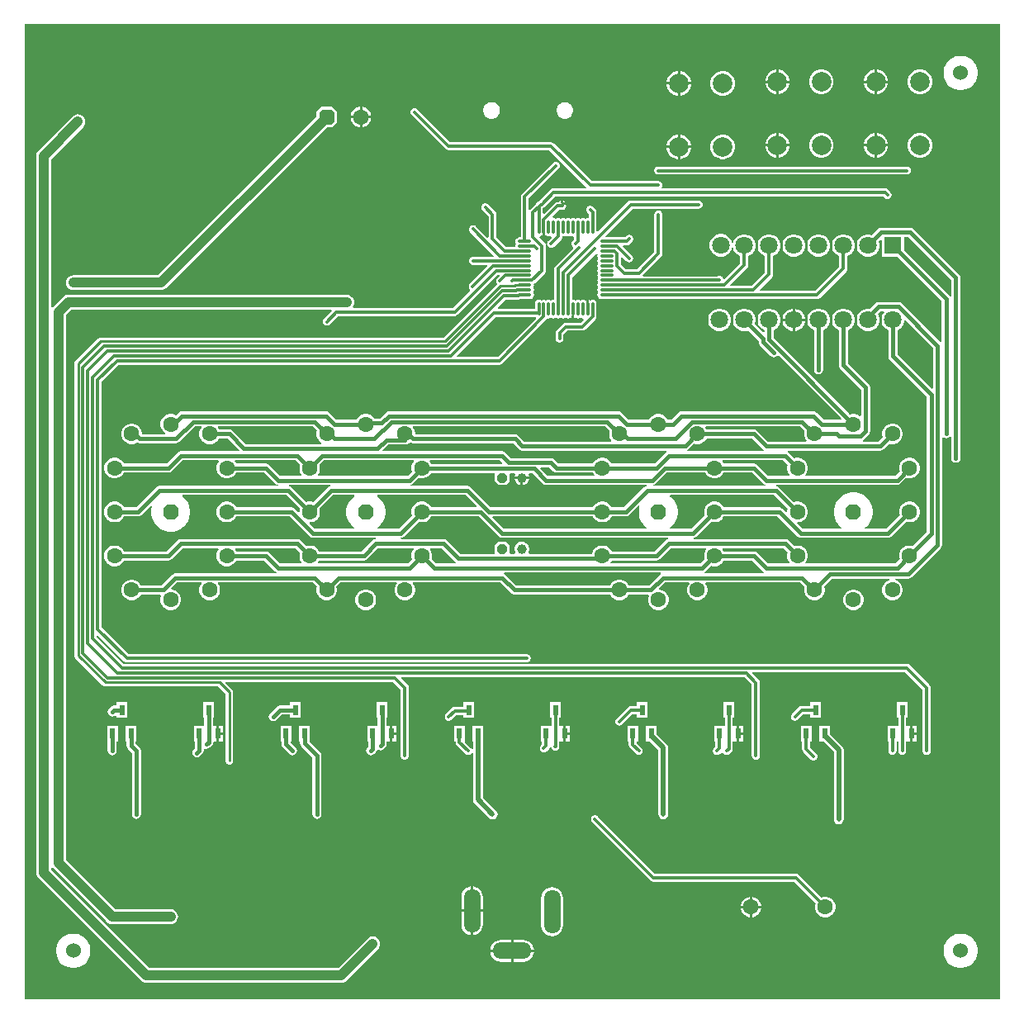
<source format=gtl>
G04*
G04 #@! TF.GenerationSoftware,Altium Limited,Altium Designer,23.1.1 (15)*
G04*
G04 Layer_Physical_Order=1*
G04 Layer_Color=255*
%FSLAX44Y44*%
%MOMM*%
G71*
G04*
G04 #@! TF.SameCoordinates,57464860-8124-4CEE-8048-BAEBFFAEA9BF*
G04*
G04*
G04 #@! TF.FilePolarity,Positive*
G04*
G01*
G75*
%ADD14O,0.3000X1.4000*%
%ADD15O,1.4000X0.3000*%
%ADD16R,0.6000X1.1000*%
%ADD33C,0.3000*%
%ADD34C,0.2600*%
%ADD35C,1.0000*%
%ADD36C,0.5000*%
%ADD37C,0.4000*%
%ADD38C,1.0000*%
G04:AMPARAMS|DCode=39|XSize=1mm|YSize=1mm|CornerRadius=0mm|HoleSize=0mm|Usage=FLASHONLY|Rotation=0.000|XOffset=0mm|YOffset=0mm|HoleType=Round|Shape=Octagon|*
%AMOCTAGOND39*
4,1,8,0.5000,-0.2500,0.5000,0.2500,0.2500,0.5000,-0.2500,0.5000,-0.5000,0.2500,-0.5000,-0.2500,-0.2500,-0.5000,0.2500,-0.5000,0.5000,-0.2500,0.0*
%
%ADD39OCTAGOND39*%

%ADD40C,1.6000*%
G04:AMPARAMS|DCode=41|XSize=1.524mm|YSize=1.524mm|CornerRadius=0mm|HoleSize=0mm|Usage=FLASHONLY|Rotation=0.000|XOffset=0mm|YOffset=0mm|HoleType=Round|Shape=Octagon|*
%AMOCTAGOND41*
4,1,8,0.7620,-0.3810,0.7620,0.3810,0.3810,0.7620,-0.3810,0.7620,-0.7620,0.3810,-0.7620,-0.3810,-0.3810,-0.7620,0.3810,-0.7620,0.7620,-0.3810,0.0*
%
%ADD41OCTAGOND41*%

%ADD42C,1.5240*%
%ADD43O,1.7000X4.5000*%
%ADD44O,4.0000X1.7000*%
%ADD45R,1.8000X1.8000*%
%ADD46C,1.8000*%
%ADD47C,2.0000*%
G04:AMPARAMS|DCode=48|XSize=1.6mm|YSize=1.6mm|CornerRadius=0mm|HoleSize=0mm|Usage=FLASHONLY|Rotation=0.000|XOffset=0mm|YOffset=0mm|HoleType=Round|Shape=Octagon|*
%AMOCTAGOND48*
4,1,8,0.8000,-0.4000,0.8000,0.4000,0.4000,0.8000,-0.4000,0.8000,-0.8000,0.4000,-0.8000,-0.4000,-0.4000,-0.8000,0.4000,-0.8000,0.8000,-0.4000,0.0*
%
%ADD48OCTAGOND48*%

%ADD49C,0.2500*%
%ADD50C,0.3000*%
G36*
X1000000D02*
X0D01*
Y1000000D01*
X1000000D01*
Y0D01*
D02*
G37*
%LPC*%
G36*
X874651Y953540D02*
X874270D01*
Y942270D01*
X885540D01*
Y942651D01*
X884685Y945840D01*
X883035Y948700D01*
X880700Y951034D01*
X877840Y952685D01*
X874651Y953540D01*
D02*
G37*
G36*
X773677D02*
X773296D01*
Y942270D01*
X784566D01*
Y942651D01*
X783712Y945840D01*
X782061Y948700D01*
X779726Y951034D01*
X776867Y952685D01*
X773677Y953540D01*
D02*
G37*
G36*
X770756D02*
X770375D01*
X767186Y952685D01*
X764327Y951034D01*
X761992Y948700D01*
X760341Y945840D01*
X759486Y942651D01*
Y942270D01*
X770756D01*
Y953540D01*
D02*
G37*
G36*
X871730D02*
X871349D01*
X868160Y952685D01*
X865300Y951034D01*
X862965Y948700D01*
X861315Y945840D01*
X860460Y942651D01*
Y942270D01*
X871730D01*
Y953540D01*
D02*
G37*
G36*
X672698Y951956D02*
X672317D01*
Y940686D01*
X683587D01*
Y941067D01*
X682732Y944256D01*
X681081Y947116D01*
X678746Y949451D01*
X675887Y951102D01*
X672698Y951956D01*
D02*
G37*
G36*
X669777D02*
X669396D01*
X666207Y951102D01*
X663347Y949451D01*
X661012Y947116D01*
X659361Y944256D01*
X658507Y941067D01*
Y940686D01*
X669777D01*
Y951956D01*
D02*
G37*
G36*
X961728Y967540D02*
X958272D01*
X954884Y966866D01*
X951692Y965544D01*
X948819Y963624D01*
X946376Y961181D01*
X944456Y958308D01*
X943134Y955116D01*
X942460Y951728D01*
Y948272D01*
X943134Y944884D01*
X944456Y941692D01*
X946376Y938819D01*
X948819Y936376D01*
X951692Y934456D01*
X954884Y933134D01*
X958272Y932460D01*
X961728D01*
X965116Y933134D01*
X968308Y934456D01*
X971181Y936376D01*
X973624Y938819D01*
X975544Y941692D01*
X976866Y944884D01*
X977540Y948272D01*
Y951728D01*
X976866Y955116D01*
X975544Y958308D01*
X973624Y961181D01*
X971181Y963624D01*
X968308Y965544D01*
X965116Y966866D01*
X961728Y967540D01*
D02*
G37*
G36*
X919651Y953540D02*
X916349D01*
X913160Y952685D01*
X910300Y951034D01*
X907965Y948700D01*
X906315Y945840D01*
X905460Y942651D01*
Y939349D01*
X906315Y936160D01*
X907965Y933300D01*
X910300Y930965D01*
X913160Y929315D01*
X916349Y928460D01*
X919651D01*
X922840Y929315D01*
X925700Y930965D01*
X928035Y933300D01*
X929685Y936160D01*
X930540Y939349D01*
Y942651D01*
X929685Y945840D01*
X928035Y948700D01*
X925700Y951034D01*
X922840Y952685D01*
X919651Y953540D01*
D02*
G37*
G36*
X885540Y939730D02*
X874270D01*
Y928460D01*
X874651D01*
X877840Y929315D01*
X880700Y930965D01*
X883035Y933300D01*
X884685Y936160D01*
X885540Y939349D01*
Y939730D01*
D02*
G37*
G36*
X871730D02*
X860460D01*
Y939349D01*
X861315Y936160D01*
X862965Y933300D01*
X865300Y930965D01*
X868160Y929315D01*
X871349Y928460D01*
X871730D01*
Y939730D01*
D02*
G37*
G36*
X818677Y953540D02*
X815376D01*
X812186Y952685D01*
X809327Y951034D01*
X806992Y948700D01*
X805341Y945840D01*
X804486Y942651D01*
Y939349D01*
X805341Y936160D01*
X806992Y933300D01*
X809327Y930965D01*
X812186Y929315D01*
X815376Y928460D01*
X818677D01*
X821867Y929315D01*
X824726Y930965D01*
X827061Y933300D01*
X828712Y936160D01*
X829566Y939349D01*
Y942651D01*
X828712Y945840D01*
X827061Y948700D01*
X824726Y951034D01*
X821867Y952685D01*
X818677Y953540D01*
D02*
G37*
G36*
X784566Y939730D02*
X773296D01*
Y928460D01*
X773677D01*
X776867Y929315D01*
X779726Y930965D01*
X782061Y933300D01*
X783712Y936160D01*
X784566Y939349D01*
Y939730D01*
D02*
G37*
G36*
X770756D02*
X759486D01*
Y939349D01*
X760341Y936160D01*
X761992Y933300D01*
X764327Y930965D01*
X767186Y929315D01*
X770375Y928460D01*
X770756D01*
Y939730D01*
D02*
G37*
G36*
X717698Y951956D02*
X714396D01*
X711207Y951102D01*
X708347Y949451D01*
X706012Y947116D01*
X704361Y944256D01*
X703507Y941067D01*
Y937765D01*
X704361Y934576D01*
X706012Y931716D01*
X708347Y929382D01*
X711207Y927731D01*
X714396Y926876D01*
X717698D01*
X720887Y927731D01*
X723746Y929382D01*
X726081Y931716D01*
X727732Y934576D01*
X728587Y937765D01*
Y941067D01*
X727732Y944256D01*
X726081Y947116D01*
X723746Y949451D01*
X720887Y951102D01*
X717698Y951956D01*
D02*
G37*
G36*
X683587Y938146D02*
X672317D01*
Y926876D01*
X672698D01*
X675887Y927731D01*
X678746Y929382D01*
X681081Y931716D01*
X682732Y934576D01*
X683587Y937765D01*
Y938146D01*
D02*
G37*
G36*
X669777D02*
X658507D01*
Y937765D01*
X659361Y934576D01*
X661012Y931716D01*
X663347Y929382D01*
X666207Y927731D01*
X669396Y926876D01*
X669777D01*
Y938146D01*
D02*
G37*
G36*
X346388Y915540D02*
X346270D01*
Y906270D01*
X355540D01*
Y906388D01*
X354822Y909068D01*
X353434Y911472D01*
X351472Y913434D01*
X349068Y914822D01*
X346388Y915540D01*
D02*
G37*
G36*
X343730D02*
X343612D01*
X340932Y914822D01*
X338528Y913434D01*
X336566Y911472D01*
X335178Y909068D01*
X334460Y906388D01*
Y906270D01*
X343730D01*
Y915540D01*
D02*
G37*
G36*
X555178Y920290D02*
X552929D01*
X550757Y919708D01*
X548810Y918584D01*
X547220Y916994D01*
X546095Y915046D01*
X545513Y912874D01*
Y910626D01*
X546095Y908454D01*
X547220Y906506D01*
X548810Y904916D01*
X550757Y903792D01*
X552929Y903210D01*
X555178D01*
X557350Y903792D01*
X559297Y904916D01*
X560887Y906506D01*
X562011Y908454D01*
X562593Y910626D01*
Y912874D01*
X562011Y915046D01*
X560887Y916994D01*
X559297Y918584D01*
X557350Y919708D01*
X555178Y920290D01*
D02*
G37*
G36*
X480178D02*
X477929D01*
X475757Y919708D01*
X473810Y918584D01*
X472220Y916994D01*
X471095Y915046D01*
X470513Y912874D01*
Y910626D01*
X471095Y908454D01*
X472220Y906506D01*
X473810Y904916D01*
X475757Y903792D01*
X477929Y903210D01*
X480178D01*
X482350Y903792D01*
X484297Y904916D01*
X485887Y906506D01*
X487011Y908454D01*
X487593Y910626D01*
Y912874D01*
X487011Y915046D01*
X485887Y916994D01*
X484297Y918584D01*
X482350Y919708D01*
X480178Y920290D01*
D02*
G37*
G36*
X355540Y903730D02*
X346270D01*
Y894460D01*
X346388D01*
X349068Y895178D01*
X351472Y896566D01*
X353434Y898528D01*
X354822Y900932D01*
X355540Y903612D01*
Y903730D01*
D02*
G37*
G36*
X343730D02*
X334460D01*
Y903612D01*
X335178Y900932D01*
X336566Y898528D01*
X338528Y896566D01*
X340932Y895178D01*
X343612Y894460D01*
X343730D01*
Y903730D01*
D02*
G37*
G36*
X874651Y888540D02*
X874270D01*
Y877270D01*
X885540D01*
Y877651D01*
X884685Y880840D01*
X883035Y883700D01*
X880700Y886034D01*
X877840Y887685D01*
X874651Y888540D01*
D02*
G37*
G36*
X773677D02*
X773296D01*
Y877270D01*
X784566D01*
Y877651D01*
X783712Y880840D01*
X782061Y883700D01*
X779726Y886034D01*
X776867Y887685D01*
X773677Y888540D01*
D02*
G37*
G36*
X871730D02*
X871349D01*
X868160Y887685D01*
X865300Y886034D01*
X862965Y883700D01*
X861315Y880840D01*
X860460Y877651D01*
Y877270D01*
X871730D01*
Y888540D01*
D02*
G37*
G36*
X770756D02*
X770375D01*
X767186Y887685D01*
X764327Y886034D01*
X761992Y883700D01*
X760341Y880840D01*
X759486Y877651D01*
Y877270D01*
X770756D01*
Y888540D01*
D02*
G37*
G36*
X672698Y886956D02*
X672317D01*
Y875686D01*
X683587D01*
Y876067D01*
X682732Y879256D01*
X681081Y882116D01*
X678746Y884451D01*
X675887Y886102D01*
X672698Y886956D01*
D02*
G37*
G36*
X669777D02*
X669396D01*
X666207Y886102D01*
X663347Y884451D01*
X661012Y882116D01*
X659361Y879256D01*
X658507Y876067D01*
Y875686D01*
X669777D01*
Y886956D01*
D02*
G37*
G36*
X919651Y888540D02*
X916349D01*
X913160Y887685D01*
X910300Y886034D01*
X907965Y883700D01*
X906315Y880840D01*
X905460Y877651D01*
Y874349D01*
X906315Y871160D01*
X907965Y868300D01*
X910300Y865965D01*
X913160Y864315D01*
X916349Y863460D01*
X919651D01*
X922840Y864315D01*
X925700Y865965D01*
X928035Y868300D01*
X929685Y871160D01*
X930540Y874349D01*
Y877651D01*
X929685Y880840D01*
X928035Y883700D01*
X925700Y886034D01*
X922840Y887685D01*
X919651Y888540D01*
D02*
G37*
G36*
X885540Y874730D02*
X874270D01*
Y863460D01*
X874651D01*
X877840Y864315D01*
X880700Y865965D01*
X883035Y868300D01*
X884685Y871160D01*
X885540Y874349D01*
Y874730D01*
D02*
G37*
G36*
X871730D02*
X860460D01*
Y874349D01*
X861315Y871160D01*
X862965Y868300D01*
X865300Y865965D01*
X868160Y864315D01*
X871349Y863460D01*
X871730D01*
Y874730D01*
D02*
G37*
G36*
X818677Y888540D02*
X815376D01*
X812186Y887685D01*
X809327Y886034D01*
X806992Y883700D01*
X805341Y880840D01*
X804486Y877651D01*
Y874349D01*
X805341Y871160D01*
X806992Y868300D01*
X809327Y865965D01*
X812186Y864315D01*
X815376Y863460D01*
X818677D01*
X821867Y864315D01*
X824726Y865965D01*
X827061Y868300D01*
X828712Y871160D01*
X829566Y874349D01*
Y877651D01*
X828712Y880840D01*
X827061Y883700D01*
X824726Y886034D01*
X821867Y887685D01*
X818677Y888540D01*
D02*
G37*
G36*
X784566Y874730D02*
X773296D01*
Y863460D01*
X773677D01*
X776867Y864315D01*
X779726Y865965D01*
X782061Y868300D01*
X783712Y871160D01*
X784566Y874349D01*
Y874730D01*
D02*
G37*
G36*
X770756D02*
X759486D01*
Y874349D01*
X760341Y871160D01*
X761992Y868300D01*
X764327Y865965D01*
X767186Y864315D01*
X770375Y863460D01*
X770756D01*
Y874730D01*
D02*
G37*
G36*
X717698Y886956D02*
X714396D01*
X711207Y886102D01*
X708347Y884451D01*
X706012Y882116D01*
X704361Y879256D01*
X703507Y876067D01*
Y872765D01*
X704361Y869576D01*
X706012Y866716D01*
X708347Y864382D01*
X711207Y862731D01*
X714396Y861876D01*
X717698D01*
X720887Y862731D01*
X723746Y864382D01*
X726081Y866716D01*
X727732Y869576D01*
X728587Y872765D01*
Y876067D01*
X727732Y879256D01*
X726081Y882116D01*
X723746Y884451D01*
X720887Y886102D01*
X717698Y886956D01*
D02*
G37*
G36*
X683587Y873146D02*
X672317D01*
Y861876D01*
X672698D01*
X675887Y862731D01*
X678746Y864382D01*
X681081Y866716D01*
X682732Y869576D01*
X683587Y872765D01*
Y873146D01*
D02*
G37*
G36*
X669777D02*
X658507D01*
Y872765D01*
X659361Y869576D01*
X661012Y866716D01*
X663347Y864382D01*
X666207Y862731D01*
X669396Y861876D01*
X669777D01*
Y873146D01*
D02*
G37*
G36*
X905000Y854119D02*
X649858D01*
X649460Y854040D01*
X649054D01*
X648680Y853885D01*
X648282Y853806D01*
X647944Y853580D01*
X647570Y853425D01*
X647283Y853138D01*
X646945Y852913D01*
X646720Y852575D01*
X646433Y852289D01*
X646278Y851914D01*
X646052Y851576D01*
X645973Y851179D01*
X645818Y850804D01*
Y850398D01*
X645739Y850000D01*
X645818Y849602D01*
Y849196D01*
X645973Y848821D01*
X646052Y848424D01*
X646278Y848086D01*
X646433Y847711D01*
X646720Y847425D01*
X646945Y847087D01*
X647283Y846862D01*
X647570Y846575D01*
X647944Y846420D01*
X648282Y846194D01*
X648680Y846115D01*
X649054Y845960D01*
X649460D01*
X649858Y845881D01*
X905000D01*
X905398Y845960D01*
X905804D01*
X906179Y846115D01*
X906576Y846194D01*
X906914Y846420D01*
X907289Y846575D01*
X907575Y846862D01*
X907913Y847087D01*
X908138Y847425D01*
X908425Y847711D01*
X908580Y848086D01*
X908806Y848424D01*
X908885Y848821D01*
X909040Y849196D01*
Y849602D01*
X909119Y850000D01*
X909040Y850398D01*
Y850804D01*
X908885Y851179D01*
X908806Y851576D01*
X908580Y851914D01*
X908425Y852289D01*
X908138Y852575D01*
X907913Y852913D01*
X907575Y853138D01*
X907289Y853425D01*
X906914Y853580D01*
X906576Y853806D01*
X906179Y853885D01*
X905804Y854040D01*
X905398D01*
X905000Y854119D01*
D02*
G37*
G36*
X552540Y819846D02*
Y817540D01*
X554846D01*
X554483Y818417D01*
X553417Y819483D01*
X552540Y819846D01*
D02*
G37*
G36*
X400000Y914119D02*
X399602Y914040D01*
X399196D01*
X398821Y913885D01*
X398424Y913806D01*
X398086Y913580D01*
X397711Y913425D01*
X397425Y913138D01*
X397087Y912913D01*
X396862Y912575D01*
X396575Y912289D01*
X396420Y911914D01*
X396194Y911576D01*
X396115Y911179D01*
X395960Y910804D01*
Y910398D01*
X395881Y910000D01*
X395960Y909602D01*
Y909196D01*
X396115Y908822D01*
X396194Y908424D01*
X396420Y908086D01*
X396575Y907711D01*
X396862Y907425D01*
X397087Y907087D01*
X432087Y872087D01*
X433424Y871194D01*
X435000Y870881D01*
X538294D01*
X576140Y833034D01*
X575614Y831764D01*
X542645D01*
X541069Y831451D01*
X539732Y830558D01*
X527994Y818820D01*
X527924Y818806D01*
X527586Y818580D01*
X527211Y818425D01*
X526925Y818138D01*
X526587Y817913D01*
X524587Y815913D01*
X524587Y815913D01*
X518587Y809913D01*
X518389Y809616D01*
X517119Y810001D01*
Y821294D01*
X547913Y852087D01*
X547913Y852087D01*
X548138Y852425D01*
X548425Y852711D01*
X548580Y853086D01*
X548806Y853424D01*
X548885Y853821D01*
X549040Y854196D01*
Y854602D01*
X549119Y855000D01*
X549040Y855398D01*
Y855804D01*
X548885Y856179D01*
X548806Y856576D01*
X548580Y856914D01*
X548425Y857289D01*
X548138Y857575D01*
X547913Y857913D01*
X547575Y858138D01*
X547289Y858425D01*
X546914Y858580D01*
X546576Y858806D01*
X546179Y858885D01*
X545804Y859040D01*
X545398D01*
X545000Y859119D01*
X544602Y859040D01*
X544196D01*
X543822Y858885D01*
X543424Y858806D01*
X543086Y858580D01*
X542711Y858425D01*
X542425Y858138D01*
X542087Y857913D01*
X510087Y825913D01*
X509194Y824576D01*
X508881Y823000D01*
Y781619D01*
X507500D01*
X505924Y781306D01*
X504587Y780413D01*
X503694Y779076D01*
X503381Y777500D01*
X503694Y775924D01*
X504312Y775000D01*
X503694Y774076D01*
X503381Y772500D01*
X502658Y771619D01*
X494206D01*
X484119Y781706D01*
Y805000D01*
X483806Y806576D01*
X482913Y807913D01*
X475411Y815414D01*
X475074Y815640D01*
X474787Y815927D01*
X474412Y816082D01*
X474075Y816307D01*
X473677Y816386D01*
X473302Y816542D01*
X472896D01*
X472498Y816621D01*
X472100Y816542D01*
X471695D01*
X471320Y816386D01*
X470922Y816307D01*
X470585Y816082D01*
X470210Y815927D01*
X469923Y815640D01*
X469586Y815414D01*
X469360Y815077D01*
X469073Y814790D01*
X468918Y814415D01*
X468693Y814078D01*
X468614Y813680D01*
X468458Y813305D01*
Y812899D01*
X468379Y812502D01*
X468458Y812104D01*
Y811698D01*
X468614Y811323D01*
X468693Y810925D01*
X468918Y810588D01*
X469073Y810213D01*
X469360Y809926D01*
X469586Y809589D01*
X475881Y803294D01*
Y781741D01*
X474611Y781215D01*
X462913Y792913D01*
X462575Y793138D01*
X462289Y793425D01*
X461914Y793580D01*
X461576Y793806D01*
X461179Y793885D01*
X460804Y794040D01*
X460398D01*
X460000Y794119D01*
X459602Y794040D01*
X459196D01*
X458822Y793885D01*
X458424Y793806D01*
X458086Y793580D01*
X457712Y793425D01*
X457425Y793138D01*
X457087Y792913D01*
X456862Y792575D01*
X456575Y792289D01*
X456420Y791914D01*
X456194Y791576D01*
X456115Y791179D01*
X455960Y790804D01*
Y790398D01*
X455881Y790000D01*
X455960Y789602D01*
Y789196D01*
X456115Y788821D01*
X456194Y788424D01*
X456420Y788086D01*
X456575Y787711D01*
X456862Y787425D01*
X457087Y787087D01*
X481382Y762793D01*
X480896Y761619D01*
X460003D01*
X459605Y761540D01*
X459200D01*
X458825Y761385D01*
X458427Y761306D01*
X458090Y761080D01*
X457715Y760925D01*
X457428Y760638D01*
X457091Y760413D01*
X456865Y760075D01*
X456578Y759788D01*
X456423Y759414D01*
X456198Y759076D01*
X456119Y758678D01*
X455963Y758304D01*
Y757898D01*
X455884Y757500D01*
X455963Y757102D01*
Y756696D01*
X456119Y756321D01*
X456198Y755924D01*
X456423Y755586D01*
X456578Y755211D01*
X456865Y754925D01*
X457091Y754587D01*
X457428Y754362D01*
X457715Y754075D01*
X458090Y753920D01*
X458427Y753694D01*
X458825Y753615D01*
X459200Y753460D01*
X459605D01*
X460003Y753381D01*
X474204D01*
X474690Y752207D01*
X456631Y734149D01*
X456406Y733812D01*
X456119Y733525D01*
X455964Y733150D01*
X455738Y732813D01*
X455659Y732415D01*
X455504Y732040D01*
Y731634D01*
X455425Y731236D01*
X455504Y730838D01*
Y730433D01*
X455659Y730058D01*
X455738Y729660D01*
X455964Y729323D01*
X456119Y728948D01*
X456406Y728661D01*
X456631Y728324D01*
X456781Y728223D01*
X457096Y727213D01*
X456927Y726573D01*
X439473Y709119D01*
X337092D01*
X336466Y710389D01*
X337086Y711198D01*
X337846Y713032D01*
X338105Y715000D01*
X337846Y716968D01*
X337086Y718802D01*
X335878Y720378D01*
X334302Y721586D01*
X332468Y722346D01*
X330500Y722605D01*
X45000D01*
X43032Y722346D01*
X41198Y721586D01*
X39622Y720378D01*
X29622Y710378D01*
X28875Y709404D01*
X27605Y709835D01*
Y861850D01*
X60378Y894622D01*
X61586Y896198D01*
X62346Y898032D01*
X62605Y900000D01*
X62346Y901968D01*
X61586Y903802D01*
X60378Y905378D01*
X58802Y906586D01*
X56968Y907346D01*
X55000Y907605D01*
X53032Y907346D01*
X51198Y906586D01*
X49622Y905378D01*
X14622Y870378D01*
X13414Y868803D01*
X12654Y866968D01*
X12395Y865000D01*
Y130000D01*
X12654Y128032D01*
X13414Y126198D01*
X14622Y124622D01*
X119622Y19622D01*
X121198Y18414D01*
X121957Y18099D01*
X123032Y17654D01*
X125000Y17395D01*
X325000D01*
X326968Y17654D01*
X328802Y18414D01*
X330378Y19622D01*
X362378Y51622D01*
X363586Y53197D01*
X364346Y55032D01*
X364605Y57000D01*
X364346Y58968D01*
X363586Y60802D01*
X362378Y62378D01*
X360802Y63586D01*
X358968Y64346D01*
X357000Y64605D01*
X355032Y64346D01*
X353198Y63586D01*
X351622Y62378D01*
X321850Y32605D01*
X128150D01*
X27605Y133150D01*
Y135165D01*
X28875Y135596D01*
X29622Y134622D01*
X84622Y79622D01*
X86198Y78414D01*
X88032Y77654D01*
X90000Y77395D01*
X150000D01*
X151968Y77654D01*
X153802Y78414D01*
X155378Y79622D01*
X156586Y81198D01*
X157346Y83032D01*
X157605Y85000D01*
X157346Y86968D01*
X156586Y88802D01*
X155378Y90378D01*
X153802Y91586D01*
X151968Y92346D01*
X150000Y92605D01*
X93150D01*
X42605Y143150D01*
Y701850D01*
X48150Y707395D01*
X314910D01*
X315396Y706222D01*
X307087Y697913D01*
X306862Y697575D01*
X306575Y697289D01*
X306420Y696914D01*
X306194Y696576D01*
X306115Y696179D01*
X305960Y695804D01*
Y695398D01*
X305881Y695000D01*
X305960Y694602D01*
Y694196D01*
X306115Y693821D01*
X306194Y693424D01*
X306420Y693086D01*
X306575Y692711D01*
X306862Y692425D01*
X307087Y692087D01*
X307425Y691862D01*
X307712Y691575D01*
X308086Y691420D01*
X308424Y691194D01*
X308822Y691115D01*
X309196Y690960D01*
X309602D01*
X310000Y690881D01*
X310398Y690960D01*
X310804D01*
X311178Y691115D01*
X311576Y691194D01*
X311914Y691420D01*
X312288Y691575D01*
X312575Y691862D01*
X312913Y692087D01*
X321706Y700881D01*
X441180D01*
X442756Y701194D01*
X444092Y702087D01*
X485386Y743381D01*
X486684D01*
X487171Y742207D01*
X484647Y739684D01*
X483754Y738348D01*
X483441Y736772D01*
X483754Y735195D01*
X484573Y733970D01*
X429519Y678915D01*
X78212D01*
X78212Y678915D01*
X76714Y678617D01*
X75443Y677768D01*
X75443Y677768D01*
X52432Y654757D01*
X51583Y653487D01*
X51285Y651988D01*
X51285Y651988D01*
Y353012D01*
X51285Y353012D01*
X51583Y351513D01*
X52432Y350243D01*
X80243Y322432D01*
X80243Y322431D01*
X81514Y321583D01*
X83012Y321285D01*
X83012Y321285D01*
X198178D01*
X206085Y313378D01*
Y246105D01*
X205960Y245804D01*
Y244196D01*
X206575Y242712D01*
X207712Y241575D01*
X209196Y240960D01*
X210804D01*
X212288Y241575D01*
X213425Y242712D01*
X214040Y244196D01*
Y245804D01*
X213915Y246105D01*
Y315000D01*
X213617Y316498D01*
X212768Y317768D01*
X212768Y317769D01*
X205830Y324708D01*
X206315Y325881D01*
X378294D01*
X385881Y318294D01*
Y250000D01*
X385960Y249602D01*
Y249196D01*
X386115Y248822D01*
X386194Y248424D01*
X386420Y248086D01*
X386575Y247712D01*
X386862Y247425D01*
X387087Y247087D01*
X387425Y246862D01*
X387711Y246575D01*
X388086Y246420D01*
X388424Y246194D01*
X388821Y246115D01*
X389196Y245960D01*
X389602D01*
X390000Y245881D01*
X390398Y245960D01*
X390804D01*
X391179Y246115D01*
X391576Y246194D01*
X391914Y246420D01*
X392289Y246575D01*
X392575Y246862D01*
X392913Y247087D01*
X393138Y247425D01*
X393425Y247712D01*
X393580Y248086D01*
X393806Y248424D01*
X393885Y248822D01*
X394040Y249196D01*
Y249602D01*
X394119Y250000D01*
Y320000D01*
X393806Y321576D01*
X392913Y322913D01*
X386118Y329707D01*
X386604Y330881D01*
X738294D01*
X745881Y323294D01*
Y250000D01*
X745960Y249602D01*
Y249196D01*
X746115Y248822D01*
X746194Y248424D01*
X746420Y248086D01*
X746575Y247712D01*
X746862Y247425D01*
X747087Y247087D01*
X747425Y246862D01*
X747711Y246575D01*
X748086Y246420D01*
X748424Y246194D01*
X748821Y246115D01*
X749196Y245960D01*
X749602D01*
X750000Y245881D01*
X750398Y245960D01*
X750804D01*
X751179Y246115D01*
X751576Y246194D01*
X751914Y246420D01*
X752289Y246575D01*
X752575Y246862D01*
X752913Y247087D01*
X753138Y247425D01*
X753425Y247712D01*
X753580Y248086D01*
X753806Y248424D01*
X753885Y248822D01*
X754040Y249196D01*
Y249602D01*
X754119Y250000D01*
Y325000D01*
X753806Y326576D01*
X752913Y327913D01*
X746118Y334707D01*
X746604Y335881D01*
X903294D01*
X920881Y318294D01*
Y255000D01*
X920960Y254602D01*
Y254196D01*
X921115Y253822D01*
X921194Y253424D01*
X921420Y253086D01*
X921575Y252712D01*
X921862Y252425D01*
X922087Y252087D01*
X922425Y251862D01*
X922711Y251575D01*
X923086Y251420D01*
X923424Y251194D01*
X923821Y251115D01*
X924196Y250960D01*
X924602D01*
X925000Y250881D01*
X925398Y250960D01*
X925804D01*
X926179Y251115D01*
X926576Y251194D01*
X926914Y251420D01*
X927289Y251575D01*
X927575Y251862D01*
X927913Y252087D01*
X928138Y252425D01*
X928425Y252712D01*
X928580Y253086D01*
X928806Y253424D01*
X928885Y253822D01*
X929040Y254196D01*
Y254602D01*
X929119Y255000D01*
Y320000D01*
X928806Y321576D01*
X927913Y322913D01*
X907913Y342913D01*
X906576Y343806D01*
X905000Y344119D01*
X101706D01*
X74119Y371706D01*
Y373396D01*
X75293Y373882D01*
X102087Y347087D01*
X103424Y346194D01*
X105000Y345881D01*
X515000D01*
X515398Y345960D01*
X515804D01*
X516179Y346115D01*
X516576Y346194D01*
X516914Y346420D01*
X517289Y346575D01*
X517575Y346862D01*
X517913Y347087D01*
X518138Y347425D01*
X518425Y347711D01*
X518580Y348086D01*
X518806Y348424D01*
X518885Y348822D01*
X519040Y349196D01*
Y349602D01*
X519119Y350000D01*
X519040Y350398D01*
Y350804D01*
X518885Y351179D01*
X518806Y351576D01*
X518580Y351914D01*
X518425Y352289D01*
X518138Y352575D01*
X517913Y352913D01*
X517575Y353138D01*
X517289Y353425D01*
X516914Y353580D01*
X516576Y353806D01*
X516179Y353885D01*
X515804Y354040D01*
X515398D01*
X515000Y354119D01*
X106706D01*
X79119Y381706D01*
Y633294D01*
X96706Y650881D01*
X487071D01*
X488647Y651194D01*
X489984Y652087D01*
X535413Y697516D01*
X536167Y698646D01*
X537500Y698381D01*
X539076Y698694D01*
X540000Y699312D01*
X540924Y698694D01*
X542500Y698381D01*
X544076Y698694D01*
X545000Y699312D01*
X545924Y698694D01*
X547500Y698381D01*
X549076Y698694D01*
X550000Y699312D01*
X550924Y698694D01*
X552500Y698381D01*
X554076Y698694D01*
X555000Y699312D01*
X555924Y698694D01*
X557500Y698381D01*
X559076Y698694D01*
X560000Y699312D01*
X560924Y698694D01*
X561230Y698633D01*
Y700810D01*
X561306Y700923D01*
X561620Y702500D01*
Y708000D01*
X563380D01*
Y702500D01*
X563694Y700923D01*
X563770Y700810D01*
Y698633D01*
X564076Y698694D01*
X565000Y699312D01*
X565924Y698694D01*
X567500Y698381D01*
X569076Y698694D01*
X570000Y699312D01*
X570924Y698694D01*
X572500Y698381D01*
X572913Y698463D01*
X573538Y697292D01*
X570365Y694119D01*
X555000D01*
X553424Y693806D01*
X552087Y692913D01*
X545756Y686581D01*
X544863Y685245D01*
X544549Y683668D01*
Y677789D01*
X544628Y677391D01*
Y676985D01*
X544784Y676610D01*
X544863Y676212D01*
X545088Y675875D01*
X545243Y675500D01*
X545530Y675213D01*
X545756Y674876D01*
X546093Y674651D01*
X546380Y674364D01*
X546755Y674209D01*
X547092Y673983D01*
X547490Y673904D01*
X547865Y673749D01*
X548270D01*
X548668Y673670D01*
X549066Y673749D01*
X549472D01*
X549847Y673904D01*
X550245Y673983D01*
X550582Y674209D01*
X550957Y674364D01*
X551244Y674651D01*
X551581Y674876D01*
X551806Y675213D01*
X552093Y675500D01*
X552248Y675875D01*
X552474Y676212D01*
X552553Y676610D01*
X552708Y676985D01*
Y677391D01*
X552787Y677789D01*
Y681962D01*
X556706Y685881D01*
X572071D01*
X573647Y686194D01*
X574984Y687087D01*
X585413Y697516D01*
X586306Y698853D01*
X586619Y700429D01*
Y708000D01*
Y713500D01*
X586306Y715076D01*
X585413Y716413D01*
X584076Y717306D01*
X582500Y717619D01*
X580924Y717306D01*
X580000Y716688D01*
X579076Y717306D01*
X578770Y717366D01*
Y715190D01*
X578694Y715077D01*
X578380Y713500D01*
Y708000D01*
X576620D01*
Y713500D01*
X576306Y715077D01*
X576230Y715190D01*
Y717366D01*
X575924Y717306D01*
X575000Y716688D01*
X574076Y717306D01*
X572500Y717619D01*
X570924Y717306D01*
X570000Y716688D01*
X569076Y717306D01*
X567500Y717619D01*
X565924Y717306D01*
X565000Y716688D01*
X564076Y717306D01*
X562500Y717619D01*
X561619Y718342D01*
Y740794D01*
X586002Y765177D01*
X587466Y764884D01*
X587760Y764174D01*
X587694Y764076D01*
X587381Y762500D01*
X587694Y760924D01*
X588312Y760000D01*
X587694Y759076D01*
X587381Y757500D01*
X587694Y755924D01*
X588312Y755000D01*
X587694Y754076D01*
X587381Y752500D01*
X587694Y750924D01*
X588312Y750000D01*
X587694Y749076D01*
X587381Y747500D01*
X587694Y745924D01*
X588312Y745000D01*
X587694Y744076D01*
X587381Y742500D01*
X587694Y740924D01*
X588312Y740000D01*
X587694Y739076D01*
X587381Y737500D01*
X587694Y735924D01*
X588312Y735000D01*
X587694Y734076D01*
X587381Y732500D01*
X587694Y730924D01*
X588312Y730000D01*
X587694Y729076D01*
X587381Y727500D01*
X587694Y725924D01*
X588312Y725000D01*
X587694Y724076D01*
X587381Y722500D01*
X587694Y720924D01*
X588587Y719587D01*
X589924Y718694D01*
X591500Y718381D01*
X812500D01*
X814076Y718694D01*
X815413Y719587D01*
X842513Y746687D01*
X843406Y748024D01*
X843719Y749600D01*
Y762257D01*
X844054Y762346D01*
X846686Y763866D01*
X848834Y766014D01*
X850353Y768646D01*
X851140Y771581D01*
Y774619D01*
X850353Y777554D01*
X848834Y780186D01*
X846686Y782334D01*
X844054Y783854D01*
X841119Y784640D01*
X838081D01*
X835146Y783854D01*
X832514Y782334D01*
X830366Y780186D01*
X828846Y777554D01*
X828060Y774619D01*
Y771581D01*
X828846Y768646D01*
X830366Y766014D01*
X832514Y763866D01*
X835146Y762346D01*
X835481Y762257D01*
Y751306D01*
X810794Y726619D01*
X754104D01*
X753618Y727793D01*
X766313Y740487D01*
X767206Y741824D01*
X767519Y743400D01*
Y762257D01*
X767854Y762346D01*
X770486Y763866D01*
X772634Y766014D01*
X774154Y768646D01*
X774940Y771581D01*
Y774619D01*
X774154Y777554D01*
X772634Y780186D01*
X770486Y782334D01*
X767854Y783854D01*
X764919Y784640D01*
X761881D01*
X758946Y783854D01*
X756314Y782334D01*
X754166Y780186D01*
X752646Y777554D01*
X751860Y774619D01*
Y771581D01*
X752646Y768646D01*
X754166Y766014D01*
X756314Y763866D01*
X758946Y762346D01*
X759281Y762257D01*
Y745106D01*
X745794Y731619D01*
X724104D01*
X723618Y732793D01*
X740913Y750087D01*
X741806Y751424D01*
X742119Y753000D01*
Y762257D01*
X742454Y762346D01*
X745086Y763866D01*
X747234Y766014D01*
X748754Y768646D01*
X749540Y771581D01*
Y774619D01*
X748754Y777554D01*
X747234Y780186D01*
X745086Y782334D01*
X742454Y783854D01*
X739519Y784640D01*
X736481D01*
X733546Y783854D01*
X730914Y782334D01*
X728766Y780186D01*
X727246Y777554D01*
X726787Y775838D01*
X725472D01*
X724939Y777825D01*
X723420Y780456D01*
X721272Y782605D01*
X718640Y784124D01*
X715705Y784911D01*
X712666D01*
X709732Y784124D01*
X707100Y782605D01*
X704951Y780456D01*
X703432Y777825D01*
X702646Y774890D01*
Y771851D01*
X703432Y768916D01*
X704951Y766285D01*
X707100Y764136D01*
X709732Y762617D01*
X712666Y761831D01*
X715705D01*
X718640Y762617D01*
X721272Y764136D01*
X723420Y766285D01*
X724939Y768916D01*
X725399Y770633D01*
X726714D01*
X727246Y768646D01*
X728766Y766014D01*
X730914Y763866D01*
X733546Y762346D01*
X733881Y762257D01*
Y754706D01*
X717810Y738635D01*
X717271Y738724D01*
X716447Y739068D01*
X716385Y739218D01*
X716306Y739616D01*
X716080Y739954D01*
X715925Y740328D01*
X715638Y740615D01*
X715413Y740953D01*
X715075Y741178D01*
X714789Y741465D01*
X714414Y741620D01*
X714076Y741846D01*
X713679Y741925D01*
X713304Y742080D01*
X712898D01*
X712500Y742159D01*
X712102Y742080D01*
X711696D01*
X711321Y741925D01*
X710924Y741846D01*
X710586Y741620D01*
X710584Y741619D01*
X634240D01*
X633714Y742889D01*
X652913Y762087D01*
X653806Y763424D01*
X654119Y765000D01*
Y805000D01*
X654040Y805398D01*
Y805804D01*
X653885Y806178D01*
X653806Y806576D01*
X653580Y806914D01*
X653425Y807289D01*
X653138Y807575D01*
X652913Y807913D01*
X652575Y808138D01*
X652289Y808425D01*
X651914Y808580D01*
X651576Y808806D01*
X651179Y808885D01*
X650804Y809040D01*
X650398D01*
X650000Y809119D01*
X649602Y809040D01*
X649196D01*
X648821Y808885D01*
X648424Y808806D01*
X648086Y808580D01*
X647711Y808425D01*
X647425Y808138D01*
X647087Y807913D01*
X646862Y807575D01*
X646575Y807289D01*
X646420Y806914D01*
X646194Y806576D01*
X646115Y806178D01*
X645960Y805804D01*
Y805398D01*
X645881Y805000D01*
Y766706D01*
X628294Y749119D01*
X616706D01*
X611619Y754206D01*
Y760896D01*
X612793Y761382D01*
X617087Y757087D01*
X618424Y756194D01*
X620000Y755881D01*
X621576Y756194D01*
X622913Y757087D01*
X623806Y758424D01*
X624119Y760000D01*
X623806Y761576D01*
X622913Y762913D01*
X613618Y772207D01*
X614104Y773381D01*
X617500D01*
X619076Y773694D01*
X620413Y774587D01*
X622913Y777087D01*
X623138Y777425D01*
X623425Y777712D01*
X623580Y778086D01*
X623806Y778424D01*
X623885Y778821D01*
X624040Y779196D01*
Y779602D01*
X624119Y780000D01*
X624040Y780398D01*
Y780804D01*
X623885Y781179D01*
X623806Y781576D01*
X623580Y781914D01*
X623425Y782289D01*
X623138Y782575D01*
X622913Y782913D01*
X622575Y783138D01*
X622289Y783425D01*
X621914Y783580D01*
X621576Y783806D01*
X621179Y783885D01*
X620804Y784040D01*
X620398D01*
X620000Y784119D01*
X619602Y784040D01*
X619196D01*
X618821Y783885D01*
X618424Y783806D01*
X618086Y783580D01*
X617711Y783425D01*
X617425Y783138D01*
X617087Y782913D01*
X615794Y781619D01*
X595861D01*
X595375Y782793D01*
X623464Y810881D01*
X691281D01*
X691679Y810960D01*
X692085D01*
X692460Y811115D01*
X692858Y811194D01*
X693195Y811420D01*
X693570Y811575D01*
X693857Y811862D01*
X694194Y812087D01*
X694419Y812425D01*
X694706Y812711D01*
X694862Y813086D01*
X695087Y813424D01*
X695166Y813821D01*
X695321Y814196D01*
Y814602D01*
X695400Y815000D01*
X695321Y815398D01*
Y815804D01*
X695166Y816179D01*
X695087Y816576D01*
X694862Y816914D01*
X694706Y817289D01*
X694419Y817575D01*
X694194Y817913D01*
X693857Y818138D01*
X693570Y818425D01*
X693195Y818580D01*
X692858Y818806D01*
X692460Y818885D01*
X692085Y819040D01*
X691679D01*
X691281Y819119D01*
X621758D01*
X620181Y818806D01*
X618845Y817913D01*
X587889Y786957D01*
X586619Y787483D01*
Y797500D01*
Y807500D01*
X586306Y809076D01*
X585413Y810413D01*
X582913Y812913D01*
X582575Y813138D01*
X582289Y813425D01*
X581914Y813580D01*
X581576Y813806D01*
X581179Y813885D01*
X580804Y814040D01*
X580398D01*
X580000Y814119D01*
X579602Y814040D01*
X579196D01*
X578821Y813885D01*
X578424Y813806D01*
X578086Y813580D01*
X577711Y813425D01*
X577425Y813138D01*
X577087Y812913D01*
X576862Y812575D01*
X576575Y812289D01*
X576420Y811914D01*
X576194Y811576D01*
X576115Y811179D01*
X575960Y810804D01*
Y810398D01*
X575881Y810000D01*
X575960Y809602D01*
Y809196D01*
X576115Y808821D01*
X576194Y808424D01*
X576420Y808086D01*
X576575Y807711D01*
X576862Y807425D01*
X577087Y807087D01*
X578381Y805794D01*
Y802342D01*
X577500Y801619D01*
X575924Y801306D01*
X575000Y800688D01*
X574076Y801306D01*
X572500Y801619D01*
X570924Y801306D01*
X570000Y800688D01*
X569076Y801306D01*
X567500Y801619D01*
X565924Y801306D01*
X565000Y800688D01*
X564076Y801306D01*
X562500Y801619D01*
X560924Y801306D01*
X560000Y800688D01*
X559076Y801306D01*
X557500Y801619D01*
X555924Y801306D01*
X555000Y800688D01*
X554076Y801306D01*
X552500Y801619D01*
X550924Y801306D01*
X550000Y800688D01*
X549076Y801306D01*
X547500Y801619D01*
X545924Y801306D01*
X545000Y800688D01*
X544076Y801306D01*
X542500Y801619D01*
X542087Y801537D01*
X541462Y802708D01*
X548365Y809611D01*
X551270D01*
X552846Y809924D01*
X554183Y810817D01*
X555076Y812154D01*
X555389Y813730D01*
X555136Y815000D01*
X551270D01*
Y816270D01*
X550000D01*
Y819846D01*
X549123Y819483D01*
X548057Y818417D01*
X547822Y817849D01*
X546659D01*
X545083Y817536D01*
X543746Y816643D01*
X532793Y805689D01*
X531619Y806175D01*
Y811223D01*
X532913Y812087D01*
X544351Y823526D01*
X880649D01*
X882087Y822087D01*
X883424Y821194D01*
X885000Y820881D01*
X886576Y821194D01*
X887913Y822087D01*
X888806Y823424D01*
X889119Y825000D01*
X888806Y826576D01*
X887913Y827913D01*
X885268Y830558D01*
X883931Y831451D01*
X882355Y831764D01*
X654274D01*
X653996Y832075D01*
X653559Y833034D01*
X653580Y833086D01*
X653806Y833424D01*
X653885Y833821D01*
X654040Y834196D01*
Y834602D01*
X654119Y835000D01*
X654040Y835398D01*
Y835804D01*
X653885Y836179D01*
X653806Y836576D01*
X653580Y836914D01*
X653425Y837289D01*
X653138Y837575D01*
X652913Y837913D01*
X652575Y838138D01*
X652289Y838425D01*
X651914Y838580D01*
X651576Y838806D01*
X651179Y838885D01*
X650804Y839040D01*
X650398D01*
X650000Y839119D01*
X581706D01*
X542913Y877913D01*
X541576Y878806D01*
X540000Y879119D01*
X436706D01*
X402913Y912913D01*
X402575Y913138D01*
X402289Y913425D01*
X401914Y913580D01*
X401576Y913806D01*
X401178Y913885D01*
X400804Y914040D01*
X400398D01*
X400000Y914119D01*
D02*
G37*
G36*
X908360Y791269D02*
X908360Y791269D01*
X878540D01*
X876769Y790917D01*
X875267Y789913D01*
X875267Y789913D01*
X869259Y783906D01*
X866519Y784640D01*
X863481D01*
X860546Y783854D01*
X857914Y782334D01*
X855766Y780186D01*
X854246Y777554D01*
X853460Y774619D01*
Y771581D01*
X854246Y768646D01*
X855766Y766014D01*
X857914Y763866D01*
X860546Y762346D01*
X863481Y761560D01*
X866519D01*
X869454Y762346D01*
X872086Y763866D01*
X874234Y766014D01*
X875753Y768646D01*
X876540Y771581D01*
Y774619D01*
X875806Y777359D01*
X877687Y779240D01*
X878860Y778754D01*
Y761560D01*
X895394D01*
X940371Y716583D01*
Y674364D01*
X939794Y674026D01*
X939101Y673894D01*
X899282Y713713D01*
X897780Y714717D01*
X896008Y715069D01*
X896008Y715069D01*
X875440D01*
X875440Y715069D01*
X873669Y714717D01*
X872167Y713713D01*
X872167Y713713D01*
X866814Y708361D01*
X866519Y708440D01*
X863481D01*
X860546Y707654D01*
X857914Y706134D01*
X855766Y703986D01*
X854246Y701354D01*
X853460Y698419D01*
Y695381D01*
X854246Y692446D01*
X855766Y689814D01*
X857914Y687666D01*
X860546Y686146D01*
X863481Y685360D01*
X866519D01*
X869454Y686146D01*
X872086Y687666D01*
X874234Y689814D01*
X875753Y692446D01*
X876540Y695381D01*
Y698419D01*
X875753Y701354D01*
X874709Y703163D01*
X877357Y705811D01*
X881332D01*
X881818Y704638D01*
X881166Y703986D01*
X879646Y701354D01*
X878860Y698419D01*
Y695381D01*
X879646Y692446D01*
X881166Y689814D01*
X883314Y687666D01*
X885771Y686247D01*
Y659600D01*
X885771Y659600D01*
X886123Y657829D01*
X887127Y656327D01*
X925371Y618083D01*
Y479417D01*
X910943Y464989D01*
X908888Y465540D01*
X906112D01*
X903432Y464822D01*
X901028Y463434D01*
X899066Y461472D01*
X897678Y459068D01*
X896960Y456388D01*
Y453612D01*
X897511Y451557D01*
X893043Y447089D01*
X801154D01*
X800668Y448262D01*
X800934Y448528D01*
X802322Y450932D01*
X803040Y453612D01*
Y456388D01*
X802322Y459068D01*
X800934Y461472D01*
X798972Y463434D01*
X796568Y464822D01*
X793888Y465540D01*
X791112D01*
X789057Y464989D01*
X783233Y470813D01*
X781731Y471817D01*
X779960Y472169D01*
X779960Y472169D01*
X686129D01*
X686004Y473439D01*
X687233Y473683D01*
X688735Y474687D01*
X704057Y490009D01*
X706112Y489458D01*
X708888D01*
X711568Y490177D01*
X713972Y491564D01*
X715934Y493527D01*
X716998Y495369D01*
X772002D01*
X792684Y474687D01*
X792684Y474687D01*
X794186Y473683D01*
X795957Y473331D01*
X795958Y473331D01*
X885462D01*
X885462Y473331D01*
X887233Y473683D01*
X888735Y474687D01*
X904057Y490009D01*
X906112Y489458D01*
X908888D01*
X911568Y490177D01*
X913972Y491564D01*
X915934Y493527D01*
X917322Y495930D01*
X918040Y498611D01*
Y501386D01*
X917322Y504067D01*
X915934Y506470D01*
X913972Y508433D01*
X911568Y509820D01*
X908888Y510538D01*
X906112D01*
X903432Y509820D01*
X901028Y508433D01*
X899066Y506470D01*
X897678Y504067D01*
X896960Y501386D01*
Y498611D01*
X897511Y496555D01*
X883544Y482589D01*
X862201D01*
X861832Y483804D01*
X862775Y484434D01*
X865566Y487225D01*
X867759Y490508D01*
X869270Y494155D01*
X870040Y498026D01*
Y501974D01*
X869270Y505845D01*
X867759Y509492D01*
X865566Y512775D01*
X862775Y515566D01*
X859492Y517759D01*
X855845Y519270D01*
X851974Y520040D01*
X848026D01*
X844155Y519270D01*
X840508Y517759D01*
X837225Y515566D01*
X834434Y512775D01*
X832241Y509492D01*
X830730Y505845D01*
X829960Y501974D01*
Y498026D01*
X830730Y494155D01*
X832241Y490508D01*
X834434Y487225D01*
X837225Y484434D01*
X838168Y483804D01*
X837799Y482589D01*
X797875D01*
X792274Y488190D01*
X792800Y489460D01*
X793888D01*
X796568Y490178D01*
X798972Y491566D01*
X800934Y493528D01*
X802322Y495932D01*
X803040Y498612D01*
Y501388D01*
X802322Y504068D01*
X800934Y506472D01*
X798972Y508434D01*
X796568Y509822D01*
X793888Y510540D01*
X791112D01*
X789057Y509989D01*
X773733Y525313D01*
X772231Y526317D01*
X771003Y526561D01*
X771128Y527831D01*
X894960D01*
X894960Y527831D01*
X896731Y528183D01*
X898233Y529187D01*
X904057Y535011D01*
X906112Y534460D01*
X908888D01*
X911568Y535178D01*
X913972Y536566D01*
X915934Y538528D01*
X917322Y540932D01*
X918040Y543612D01*
Y546388D01*
X917322Y549068D01*
X915934Y551472D01*
X913972Y553434D01*
X911568Y554822D01*
X908888Y555540D01*
X906112D01*
X903432Y554822D01*
X901028Y553434D01*
X899066Y551472D01*
X897678Y549068D01*
X896960Y546388D01*
Y543612D01*
X897511Y541557D01*
X893043Y537089D01*
X801154D01*
X800668Y538262D01*
X800934Y538528D01*
X802322Y540932D01*
X803040Y543612D01*
Y546388D01*
X802322Y549068D01*
X800934Y551472D01*
X798972Y553434D01*
X796568Y554822D01*
X793888Y555540D01*
X791112D01*
X789057Y554989D01*
X783233Y560813D01*
X782114Y561561D01*
X782499Y562831D01*
X877460D01*
X877460Y562831D01*
X879231Y563183D01*
X880733Y564187D01*
X886557Y570011D01*
X888612Y569460D01*
X891388D01*
X894068Y570178D01*
X896472Y571566D01*
X898434Y573528D01*
X899822Y575932D01*
X900540Y578612D01*
Y581388D01*
X899822Y584068D01*
X898434Y586472D01*
X896472Y588434D01*
X894068Y589822D01*
X891388Y590540D01*
X888612D01*
X885932Y589822D01*
X883528Y588434D01*
X881566Y586472D01*
X880178Y584068D01*
X879460Y581388D01*
Y578612D01*
X880011Y576557D01*
X875543Y572089D01*
X859743D01*
X859494Y573359D01*
X860733Y574187D01*
X865813Y579267D01*
X865813Y579267D01*
X866817Y580769D01*
X867169Y582540D01*
X867169Y582540D01*
Y627489D01*
X867169Y627489D01*
X866817Y629260D01*
X865813Y630762D01*
X844229Y652346D01*
Y686247D01*
X846686Y687666D01*
X848834Y689814D01*
X850353Y692446D01*
X851140Y695381D01*
Y698419D01*
X850353Y701354D01*
X848834Y703986D01*
X846686Y706134D01*
X844054Y707654D01*
X841119Y708440D01*
X838081D01*
X835146Y707654D01*
X832514Y706134D01*
X830366Y703986D01*
X828846Y701354D01*
X828060Y698419D01*
Y695381D01*
X828846Y692446D01*
X830366Y689814D01*
X832514Y687666D01*
X834971Y686247D01*
Y650429D01*
X834971Y650429D01*
X835323Y648657D01*
X836327Y647156D01*
X857911Y625571D01*
Y598654D01*
X856738Y598168D01*
X856472Y598434D01*
X854068Y599822D01*
X851388Y600540D01*
X848612D01*
X846557Y599989D01*
X768029Y678517D01*
Y686247D01*
X770486Y687666D01*
X772634Y689814D01*
X774154Y692446D01*
X774940Y695381D01*
Y698419D01*
X774154Y701354D01*
X772634Y703986D01*
X770486Y706134D01*
X767854Y707654D01*
X764919Y708440D01*
X761881D01*
X758946Y707654D01*
X756314Y706134D01*
X754166Y703986D01*
X752646Y701354D01*
X751860Y698419D01*
Y695381D01*
X752646Y692446D01*
X754166Y689814D01*
X756314Y687666D01*
X758771Y686247D01*
Y684335D01*
X757598Y683849D01*
X748806Y692641D01*
X749540Y695381D01*
Y698419D01*
X748754Y701354D01*
X747234Y703986D01*
X745086Y706134D01*
X742454Y707654D01*
X739519Y708440D01*
X736481D01*
X733546Y707654D01*
X730914Y706134D01*
X728766Y703986D01*
X727246Y701354D01*
X726460Y698419D01*
Y695381D01*
X727246Y692446D01*
X728766Y689814D01*
X730914Y687666D01*
X733546Y686146D01*
X736481Y685360D01*
X739519D01*
X742259Y686094D01*
X752771Y675583D01*
Y674115D01*
X752771Y674115D01*
X753123Y672343D01*
X754127Y670842D01*
X764892Y660077D01*
X765006Y659906D01*
X766508Y658903D01*
X768279Y658550D01*
X770051Y658903D01*
X771552Y659906D01*
X771581Y659934D01*
X771801Y660264D01*
X773065Y660389D01*
X837651Y595802D01*
X837165Y594629D01*
X819652D01*
X812467Y601813D01*
X810966Y602817D01*
X809194Y603169D01*
X809194Y603169D01*
X673540D01*
X673540Y603169D01*
X671769Y602817D01*
X670267Y601813D01*
X670267Y601813D01*
X663083Y594629D01*
X659498D01*
X658434Y596472D01*
X656472Y598434D01*
X654068Y599822D01*
X651388Y600540D01*
X648612D01*
X645932Y599822D01*
X643528Y598434D01*
X641566Y596472D01*
X640502Y594629D01*
X619652D01*
X612467Y601813D01*
X610966Y602817D01*
X609194Y603169D01*
X609194Y603169D01*
X373540D01*
X373540Y603169D01*
X371768Y602817D01*
X370267Y601813D01*
X370267Y601813D01*
X364288Y595834D01*
X358802D01*
X358434Y596472D01*
X356472Y598434D01*
X354068Y599822D01*
X351388Y600540D01*
X348612D01*
X345932Y599822D01*
X343528Y598434D01*
X341566Y596472D01*
X340502Y594629D01*
X319652D01*
X312467Y601813D01*
X310966Y602817D01*
X309194Y603169D01*
X309194Y603169D01*
X161259D01*
X161259Y603169D01*
X159488Y602817D01*
X157986Y601813D01*
X157986Y601813D01*
X155289Y599117D01*
X154068Y599822D01*
X151388Y600540D01*
X148612D01*
X145932Y599822D01*
X143528Y598434D01*
X141566Y596472D01*
X140178Y594068D01*
X139460Y591388D01*
Y588612D01*
X140178Y585932D01*
X141566Y583528D01*
X143528Y581566D01*
X144684Y580899D01*
X144343Y579629D01*
X120540D01*
Y581388D01*
X119822Y584068D01*
X118434Y586472D01*
X116472Y588434D01*
X114068Y589822D01*
X111388Y590540D01*
X108612D01*
X105932Y589822D01*
X103528Y588434D01*
X101566Y586472D01*
X100178Y584068D01*
X99460Y581388D01*
Y578612D01*
X100178Y575932D01*
X101566Y573528D01*
X103528Y571566D01*
X105932Y570178D01*
X108612Y569460D01*
X111388D01*
X114068Y570178D01*
X115798Y571177D01*
X116476Y570723D01*
X118247Y570371D01*
X118247Y570371D01*
X155342D01*
X155343Y570371D01*
X157114Y570723D01*
X158616Y571727D01*
X174800Y587911D01*
X181346D01*
X181832Y586738D01*
X181566Y586472D01*
X180178Y584068D01*
X179460Y581388D01*
Y578612D01*
X180178Y575932D01*
X181566Y573528D01*
X183528Y571566D01*
X185932Y570178D01*
X188612Y569460D01*
X191388D01*
X194068Y570178D01*
X196472Y571566D01*
X198434Y573528D01*
X199498Y575371D01*
X208083D01*
X220111Y563342D01*
X219625Y562169D01*
X160491D01*
X160491Y562169D01*
X158719Y561817D01*
X157218Y560813D01*
X157218Y560813D01*
X146033Y549629D01*
X101998D01*
X100934Y551472D01*
X98972Y553434D01*
X96568Y554822D01*
X93888Y555540D01*
X91112D01*
X88432Y554822D01*
X86028Y553434D01*
X84066Y551472D01*
X82678Y549068D01*
X81960Y546388D01*
Y543612D01*
X82678Y540932D01*
X84066Y538528D01*
X86028Y536566D01*
X88432Y535178D01*
X91112Y534460D01*
X93888D01*
X96568Y535178D01*
X98972Y536566D01*
X100934Y538528D01*
X101998Y540371D01*
X147951D01*
X147951Y540371D01*
X149722Y540723D01*
X151224Y541727D01*
X162408Y552911D01*
X198846D01*
X199332Y551738D01*
X199066Y551472D01*
X197678Y549068D01*
X196960Y546388D01*
Y543612D01*
X197678Y540932D01*
X199066Y538528D01*
X201028Y536566D01*
X203432Y535178D01*
X206112Y534460D01*
X208888D01*
X211568Y535178D01*
X213972Y536566D01*
X215934Y538528D01*
X216998Y540371D01*
X246033D01*
X257218Y529187D01*
X257218Y529187D01*
X258719Y528183D01*
X259948Y527939D01*
X259823Y526669D01*
X138458D01*
X138458Y526669D01*
X136687Y526317D01*
X135185Y525313D01*
X135185Y525313D01*
X114501Y504629D01*
X101998D01*
X100934Y506472D01*
X98972Y508434D01*
X96568Y509822D01*
X93888Y510540D01*
X91112D01*
X88432Y509822D01*
X86028Y508434D01*
X84066Y506472D01*
X82678Y504068D01*
X81960Y501388D01*
Y498612D01*
X82678Y495932D01*
X84066Y493528D01*
X86028Y491566D01*
X88432Y490178D01*
X91112Y489460D01*
X93888D01*
X96568Y490178D01*
X98972Y491566D01*
X100934Y493528D01*
X101998Y495371D01*
X116418D01*
X116418Y495371D01*
X118190Y495723D01*
X119691Y496727D01*
X129786Y506822D01*
X130842Y506116D01*
X130730Y505845D01*
X129960Y501974D01*
Y498026D01*
X130730Y494155D01*
X132241Y490508D01*
X134434Y487225D01*
X137225Y484434D01*
X140507Y482241D01*
X144155Y480730D01*
X148026Y479960D01*
X151974D01*
X155845Y480730D01*
X159493Y482241D01*
X162775Y484434D01*
X165566Y487225D01*
X167759Y490508D01*
X169270Y494155D01*
X170040Y498026D01*
Y501974D01*
X169270Y505845D01*
X167759Y509492D01*
X165566Y512775D01*
X162775Y515566D01*
X161832Y516196D01*
X162201Y517411D01*
X268543D01*
X282511Y503443D01*
X281960Y501388D01*
Y500300D01*
X280690Y499774D01*
X277192Y503271D01*
X275690Y504275D01*
X273919Y504627D01*
X273919Y504627D01*
X216998D01*
X215934Y506470D01*
X213972Y508433D01*
X211568Y509820D01*
X208888Y510538D01*
X206112D01*
X203432Y509820D01*
X201028Y508433D01*
X199066Y506470D01*
X197678Y504067D01*
X196960Y501386D01*
Y498611D01*
X197678Y495930D01*
X199066Y493527D01*
X201028Y491564D01*
X203432Y490177D01*
X206112Y489458D01*
X208888D01*
X211568Y490177D01*
X213972Y491564D01*
X215934Y493527D01*
X216998Y495369D01*
X272002D01*
X292684Y474687D01*
X292684Y474687D01*
X294186Y473683D01*
X295957Y473331D01*
X295958Y473331D01*
X359823D01*
X359948Y472061D01*
X358719Y471817D01*
X357218Y470813D01*
X357217Y470813D01*
X346033Y459629D01*
X301998D01*
X300934Y461472D01*
X298972Y463434D01*
X296568Y464822D01*
X293888Y465540D01*
X291112D01*
X289057Y464989D01*
X283233Y470813D01*
X281731Y471817D01*
X279960Y472169D01*
X279960Y472169D01*
X160491D01*
X160491Y472169D01*
X158719Y471817D01*
X157218Y470813D01*
X157218Y470813D01*
X146033Y459629D01*
X101998D01*
X100934Y461472D01*
X98972Y463434D01*
X96568Y464822D01*
X93888Y465540D01*
X91112D01*
X88432Y464822D01*
X86028Y463434D01*
X84066Y461472D01*
X82678Y459068D01*
X81960Y456388D01*
Y453612D01*
X82678Y450932D01*
X84066Y448528D01*
X86028Y446566D01*
X88432Y445178D01*
X91112Y444460D01*
X93888D01*
X96568Y445178D01*
X98972Y446566D01*
X100934Y448528D01*
X101998Y450371D01*
X147951D01*
X147951Y450371D01*
X149722Y450723D01*
X151224Y451727D01*
X162408Y462911D01*
X198846D01*
X199332Y461738D01*
X199066Y461472D01*
X197678Y459068D01*
X196960Y456388D01*
Y453612D01*
X197678Y450932D01*
X199066Y448528D01*
X201028Y446566D01*
X203432Y445178D01*
X206112Y444460D01*
X208888D01*
X211568Y445178D01*
X213972Y446566D01*
X215934Y448528D01*
X216998Y450371D01*
X246033D01*
X257218Y439187D01*
X257218Y439187D01*
X258337Y438439D01*
X257952Y437169D01*
X154806D01*
X154806Y437169D01*
X153034Y436817D01*
X151533Y435813D01*
X151533Y435813D01*
X140348Y424629D01*
X119498D01*
X118434Y426472D01*
X116472Y428434D01*
X114068Y429822D01*
X111388Y430540D01*
X108612D01*
X105932Y429822D01*
X103528Y428434D01*
X101566Y426472D01*
X100178Y424068D01*
X99460Y421388D01*
Y418612D01*
X100178Y415932D01*
X101566Y413528D01*
X103528Y411566D01*
X105932Y410178D01*
X108612Y409460D01*
X111388D01*
X114068Y410178D01*
X116472Y411566D01*
X118434Y413528D01*
X119498Y415371D01*
X139661D01*
X140295Y414271D01*
X140178Y414068D01*
X139460Y411388D01*
Y408612D01*
X140178Y405932D01*
X141566Y403528D01*
X143528Y401566D01*
X145932Y400178D01*
X148612Y399460D01*
X151388D01*
X154068Y400178D01*
X156472Y401566D01*
X158434Y403528D01*
X159822Y405932D01*
X160540Y408612D01*
Y411388D01*
X159822Y414068D01*
X158434Y416472D01*
X156472Y418434D01*
X154068Y419822D01*
X151388Y420540D01*
X151011D01*
X150525Y421713D01*
X156723Y427911D01*
X181346D01*
X181832Y426738D01*
X181566Y426472D01*
X180178Y424068D01*
X179460Y421388D01*
Y418612D01*
X180178Y415932D01*
X181566Y413528D01*
X183528Y411566D01*
X185932Y410178D01*
X188612Y409460D01*
X191388D01*
X194068Y410178D01*
X196472Y411566D01*
X198434Y413528D01*
X199822Y415932D01*
X200540Y418612D01*
Y421388D01*
X199822Y424068D01*
X198434Y426472D01*
X198168Y426738D01*
X198654Y427911D01*
X295543D01*
X300011Y423443D01*
X299460Y421388D01*
Y418612D01*
X300178Y415932D01*
X301566Y413528D01*
X303528Y411566D01*
X305932Y410178D01*
X308612Y409460D01*
X311388D01*
X314068Y410178D01*
X316472Y411566D01*
X318434Y413528D01*
X319822Y415932D01*
X320540Y418612D01*
Y421388D01*
X319989Y423443D01*
X324457Y427911D01*
X381346D01*
X381832Y426738D01*
X381566Y426472D01*
X380178Y424068D01*
X379460Y421388D01*
Y418612D01*
X380178Y415932D01*
X381566Y413528D01*
X383528Y411566D01*
X385932Y410178D01*
X388612Y409460D01*
X391388D01*
X394068Y410178D01*
X396472Y411566D01*
X398434Y413528D01*
X399822Y415932D01*
X400540Y418612D01*
Y421388D01*
X399822Y424068D01*
X398434Y426472D01*
X398168Y426738D01*
X398654Y427911D01*
X487592D01*
X498776Y416727D01*
X498776Y416727D01*
X500278Y415723D01*
X502049Y415371D01*
X502049Y415371D01*
X600502D01*
X601566Y413528D01*
X603528Y411566D01*
X605932Y410178D01*
X608612Y409460D01*
X611388D01*
X614068Y410178D01*
X616472Y411566D01*
X618434Y413528D01*
X619498Y415371D01*
X639660D01*
X640295Y414271D01*
X640178Y414068D01*
X639460Y411388D01*
Y408612D01*
X640178Y405932D01*
X641566Y403528D01*
X643528Y401566D01*
X645932Y400178D01*
X648612Y399460D01*
X651388D01*
X654068Y400178D01*
X656472Y401566D01*
X658434Y403528D01*
X659822Y405932D01*
X660540Y408612D01*
Y411388D01*
X659822Y414068D01*
X658434Y416472D01*
X656472Y418434D01*
X654068Y419822D01*
X651388Y420540D01*
X651011D01*
X650525Y421713D01*
X656723Y427911D01*
X681346D01*
X681832Y426738D01*
X681566Y426472D01*
X680178Y424068D01*
X679460Y421388D01*
Y418612D01*
X680178Y415932D01*
X681566Y413528D01*
X683528Y411566D01*
X685932Y410178D01*
X688612Y409460D01*
X691388D01*
X694068Y410178D01*
X696472Y411566D01*
X698434Y413528D01*
X699822Y415932D01*
X700540Y418612D01*
Y421388D01*
X699822Y424068D01*
X698434Y426472D01*
X698168Y426738D01*
X698654Y427911D01*
X795543D01*
X800011Y423443D01*
X799460Y421388D01*
Y418612D01*
X800178Y415932D01*
X801566Y413528D01*
X803528Y411566D01*
X805932Y410178D01*
X808612Y409460D01*
X811388D01*
X814068Y410178D01*
X816472Y411566D01*
X818434Y413528D01*
X819822Y415932D01*
X820540Y418612D01*
Y421388D01*
X819989Y423443D01*
X827968Y431422D01*
X886997D01*
X887164Y430152D01*
X885932Y429822D01*
X883528Y428434D01*
X881566Y426472D01*
X880178Y424068D01*
X879460Y421388D01*
Y418612D01*
X880178Y415932D01*
X881566Y413528D01*
X883528Y411566D01*
X885932Y410178D01*
X888612Y409460D01*
X891388D01*
X894068Y410178D01*
X896472Y411566D01*
X898434Y413528D01*
X899822Y415932D01*
X900540Y418612D01*
Y421388D01*
X899822Y424068D01*
X898434Y426472D01*
X896472Y428434D01*
X894068Y429822D01*
X892836Y430152D01*
X893003Y431422D01*
X906285D01*
X906285Y431422D01*
X908057Y431774D01*
X909558Y432778D01*
X939273Y462492D01*
X939273Y462492D01*
X940277Y463994D01*
X940629Y465766D01*
Y576084D01*
X941196Y576416D01*
X941899Y576612D01*
X943229Y575723D01*
X945000Y575371D01*
X946771Y575723D01*
X948273Y576727D01*
X949101Y577966D01*
X950371Y577716D01*
Y555000D01*
X950723Y553229D01*
X951727Y551727D01*
X953229Y550723D01*
X955000Y550371D01*
X956771Y550723D01*
X958273Y551727D01*
X959277Y553229D01*
X959629Y555000D01*
Y740000D01*
X959629Y740000D01*
X959277Y741771D01*
X958273Y743273D01*
X958273Y743273D01*
X911633Y789913D01*
X910131Y790917D01*
X908360Y791269D01*
D02*
G37*
G36*
X815719Y784640D02*
X812681D01*
X809746Y783854D01*
X807114Y782334D01*
X804966Y780186D01*
X803446Y777554D01*
X802660Y774619D01*
Y771581D01*
X803446Y768646D01*
X804966Y766014D01*
X807114Y763866D01*
X809746Y762346D01*
X812681Y761560D01*
X815719D01*
X818654Y762346D01*
X821286Y763866D01*
X823434Y766014D01*
X824954Y768646D01*
X825740Y771581D01*
Y774619D01*
X824954Y777554D01*
X823434Y780186D01*
X821286Y782334D01*
X818654Y783854D01*
X815719Y784640D01*
D02*
G37*
G36*
X790319D02*
X787281D01*
X784346Y783854D01*
X781714Y782334D01*
X779566Y780186D01*
X778046Y777554D01*
X777260Y774619D01*
Y771581D01*
X778046Y768646D01*
X779566Y766014D01*
X781714Y763866D01*
X784346Y762346D01*
X787281Y761560D01*
X790319D01*
X793254Y762346D01*
X795886Y763866D01*
X798034Y766014D01*
X799554Y768646D01*
X800340Y771581D01*
Y774619D01*
X799554Y777554D01*
X798034Y780186D01*
X795886Y782334D01*
X793254Y783854D01*
X790319Y784640D01*
D02*
G37*
G36*
X315270Y915540D02*
X304730D01*
X299460Y910270D01*
Y905215D01*
X136850Y742605D01*
X50000D01*
X48032Y742346D01*
X46198Y741586D01*
X44622Y740378D01*
X43414Y738802D01*
X42654Y736968D01*
X42395Y735000D01*
X42654Y733032D01*
X43414Y731198D01*
X44622Y729622D01*
X46198Y728414D01*
X48032Y727654D01*
X50000Y727395D01*
X140000D01*
X141968Y727654D01*
X143802Y728414D01*
X145378Y729622D01*
X310215Y894460D01*
X315270D01*
X320540Y899730D01*
Y910270D01*
X315270Y915540D01*
D02*
G37*
G36*
X790319Y708440D02*
X790070D01*
Y698170D01*
X800340D01*
Y698419D01*
X799554Y701354D01*
X798034Y703986D01*
X795886Y706134D01*
X793254Y707654D01*
X790319Y708440D01*
D02*
G37*
G36*
X787530D02*
X787281D01*
X784346Y707654D01*
X781714Y706134D01*
X779566Y703986D01*
X778046Y701354D01*
X777260Y698419D01*
Y698170D01*
X787530D01*
Y708440D01*
D02*
G37*
G36*
X800340Y695630D02*
X790070D01*
Y685360D01*
X790319D01*
X793254Y686146D01*
X795886Y687666D01*
X798034Y689814D01*
X799554Y692446D01*
X800340Y695381D01*
Y695630D01*
D02*
G37*
G36*
X787530D02*
X777260D01*
Y695381D01*
X778046Y692446D01*
X779566Y689814D01*
X781714Y687666D01*
X784346Y686146D01*
X787281Y685360D01*
X787530D01*
Y695630D01*
D02*
G37*
G36*
X714119Y708440D02*
X711081D01*
X708146Y707654D01*
X705514Y706134D01*
X703366Y703986D01*
X701846Y701354D01*
X701060Y698419D01*
Y695381D01*
X701846Y692446D01*
X703366Y689814D01*
X705514Y687666D01*
X708146Y686146D01*
X711081Y685360D01*
X714119D01*
X717054Y686146D01*
X719686Y687666D01*
X721834Y689814D01*
X723354Y692446D01*
X724140Y695381D01*
Y698419D01*
X723354Y701354D01*
X721834Y703986D01*
X719686Y706134D01*
X717054Y707654D01*
X714119Y708440D01*
D02*
G37*
G36*
X815719D02*
X812681D01*
X809746Y707654D01*
X807114Y706134D01*
X804966Y703986D01*
X803446Y701354D01*
X802660Y698419D01*
Y695381D01*
X803446Y692446D01*
X804966Y689814D01*
X807114Y687666D01*
X809571Y686247D01*
Y645800D01*
X809923Y644029D01*
X810927Y642527D01*
X812429Y641523D01*
X814200Y641171D01*
X815971Y641523D01*
X817473Y642527D01*
X818477Y644029D01*
X818829Y645800D01*
Y686247D01*
X821286Y687666D01*
X823434Y689814D01*
X824954Y692446D01*
X825740Y695381D01*
Y698419D01*
X824954Y701354D01*
X823434Y703986D01*
X821286Y706134D01*
X818654Y707654D01*
X815719Y708440D01*
D02*
G37*
G36*
X851388Y420540D02*
X848612D01*
X845932Y419822D01*
X843528Y418434D01*
X841566Y416472D01*
X840178Y414068D01*
X839460Y411388D01*
Y408612D01*
X840178Y405932D01*
X841566Y403528D01*
X843528Y401566D01*
X845932Y400178D01*
X848612Y399460D01*
X851388D01*
X854068Y400178D01*
X856472Y401566D01*
X858434Y403528D01*
X859822Y405932D01*
X860540Y408612D01*
Y411388D01*
X859822Y414068D01*
X858434Y416472D01*
X856472Y418434D01*
X854068Y419822D01*
X851388Y420540D01*
D02*
G37*
G36*
X351388D02*
X348612D01*
X345932Y419822D01*
X343528Y418434D01*
X341566Y416472D01*
X340178Y414068D01*
X339460Y411388D01*
Y408612D01*
X340178Y405932D01*
X341566Y403528D01*
X343528Y401566D01*
X345932Y400178D01*
X348612Y399460D01*
X351388D01*
X354068Y400178D01*
X356472Y401566D01*
X358434Y403528D01*
X359822Y405932D01*
X360540Y408612D01*
Y411388D01*
X359822Y414068D01*
X358434Y416472D01*
X356472Y418434D01*
X354068Y419822D01*
X351388Y420540D01*
D02*
G37*
G36*
X283318Y305040D02*
X272238D01*
Y301629D01*
X262000D01*
X262000Y301629D01*
X260229Y301277D01*
X258727Y300273D01*
X258727Y300273D01*
X251727Y293273D01*
X250723Y291771D01*
X250371Y290000D01*
X250723Y288229D01*
X251727Y286727D01*
X253229Y285723D01*
X255000Y285371D01*
X256771Y285723D01*
X258273Y286727D01*
X263917Y292371D01*
X272238D01*
Y288960D01*
X283318D01*
Y305040D01*
D02*
G37*
G36*
X105540D02*
X94460D01*
Y301629D01*
X92000D01*
X92000Y301629D01*
X90229Y301277D01*
X88727Y300273D01*
X88727Y300273D01*
X86727Y298273D01*
X85723Y296771D01*
X85371Y295000D01*
X85723Y293229D01*
X86727Y291727D01*
X88229Y290723D01*
X90000Y290371D01*
X91771Y290723D01*
X93190Y291671D01*
X93526Y291597D01*
X94460Y291118D01*
Y288960D01*
X105540D01*
Y305040D01*
D02*
G37*
G36*
X816651D02*
X805571D01*
Y301119D01*
X797000D01*
X795424Y300806D01*
X794087Y299913D01*
X787087Y292913D01*
X786862Y292575D01*
X786575Y292288D01*
X786420Y291914D01*
X786194Y291576D01*
X786115Y291178D01*
X785960Y290804D01*
Y290398D01*
X785881Y290000D01*
X785960Y289602D01*
Y289196D01*
X786115Y288822D01*
X786194Y288424D01*
X786420Y288086D01*
X786575Y287712D01*
X786862Y287425D01*
X787087Y287087D01*
X787425Y286862D01*
X787711Y286575D01*
X788086Y286420D01*
X788424Y286194D01*
X788821Y286115D01*
X789196Y285960D01*
X789602D01*
X790000Y285881D01*
X790398Y285960D01*
X790804D01*
X791179Y286115D01*
X791576Y286194D01*
X791914Y286420D01*
X792289Y286575D01*
X792575Y286862D01*
X792913Y287087D01*
X798706Y292881D01*
X805571D01*
Y288960D01*
X816651D01*
Y305040D01*
D02*
G37*
G36*
X638873D02*
X627793D01*
Y301119D01*
X622000D01*
X620424Y300806D01*
X619087Y299913D01*
X607087Y287913D01*
X606862Y287575D01*
X606575Y287288D01*
X606420Y286914D01*
X606194Y286576D01*
X606115Y286178D01*
X605960Y285804D01*
Y285398D01*
X605881Y285000D01*
X605960Y284602D01*
Y284196D01*
X606115Y283822D01*
X606194Y283424D01*
X606420Y283086D01*
X606575Y282712D01*
X606862Y282425D01*
X607087Y282087D01*
X607425Y281862D01*
X607711Y281575D01*
X608086Y281420D01*
X608424Y281194D01*
X608821Y281115D01*
X609196Y280960D01*
X609602D01*
X610000Y280881D01*
X610398Y280960D01*
X610804D01*
X611179Y281115D01*
X611576Y281194D01*
X611914Y281420D01*
X612289Y281575D01*
X612575Y281862D01*
X612913Y282087D01*
X623706Y292881D01*
X627793D01*
Y288960D01*
X638873D01*
Y305040D01*
D02*
G37*
G36*
X461096D02*
X450015D01*
Y300213D01*
X441094D01*
X439517Y299899D01*
X438181Y299006D01*
X432087Y292913D01*
X431862Y292575D01*
X431575Y292288D01*
X431420Y291914D01*
X431194Y291576D01*
X431115Y291178D01*
X430960Y290804D01*
Y290398D01*
X430881Y290000D01*
X430960Y289602D01*
Y289196D01*
X431115Y288822D01*
X431194Y288424D01*
X431420Y288086D01*
X431575Y287712D01*
X431862Y287425D01*
X432087Y287087D01*
X432425Y286862D01*
X432711Y286575D01*
X433086Y286420D01*
X433424Y286194D01*
X433821Y286115D01*
X434196Y285960D01*
X434602D01*
X435000Y285881D01*
X435398Y285960D01*
X435804D01*
X436179Y286115D01*
X436576Y286194D01*
X436914Y286420D01*
X437289Y286575D01*
X437575Y286862D01*
X437913Y287087D01*
X442800Y291975D01*
X450015D01*
Y288960D01*
X461096D01*
Y305040D01*
D02*
G37*
G36*
X559484Y281040D02*
X555214D01*
Y274270D01*
X559484D01*
Y281040D01*
D02*
G37*
G36*
X381707D02*
X377437D01*
Y274270D01*
X381707D01*
Y281040D01*
D02*
G37*
G36*
X203929D02*
X199659D01*
Y274270D01*
X203929D01*
Y281040D01*
D02*
G37*
G36*
X737262D02*
X732992D01*
Y274270D01*
X737262D01*
Y281040D01*
D02*
G37*
G36*
X915040D02*
X910770D01*
Y274270D01*
X915040D01*
Y281040D01*
D02*
G37*
G36*
Y271730D02*
X910770D01*
Y264960D01*
X915040D01*
Y271730D01*
D02*
G37*
G36*
X737262D02*
X732992D01*
Y264960D01*
X737262D01*
Y271730D01*
D02*
G37*
G36*
X559484D02*
X555214D01*
Y264960D01*
X559484D01*
Y271730D01*
D02*
G37*
G36*
X381707D02*
X377437D01*
Y264960D01*
X381707D01*
Y271730D01*
D02*
G37*
G36*
X203929D02*
X199659D01*
Y264960D01*
X203929D01*
Y271730D01*
D02*
G37*
G36*
X194429Y305040D02*
X183349D01*
Y288960D01*
X184260D01*
Y281040D01*
X173849D01*
Y264960D01*
X174760D01*
Y257528D01*
X173616Y256384D01*
X172612Y254883D01*
X172260Y253111D01*
X172612Y251340D01*
X173616Y249838D01*
X175117Y248834D01*
X176889Y248482D01*
X178660Y248834D01*
X180162Y249838D01*
X182662Y252338D01*
X183666Y253840D01*
X184018Y255611D01*
X184018Y255611D01*
Y257024D01*
X184588Y257329D01*
X185288Y257578D01*
X186889Y257260D01*
X188660Y257612D01*
X190162Y258616D01*
X192162Y260616D01*
X192162Y260616D01*
X193165Y262118D01*
X193518Y263889D01*
X194148Y264960D01*
X197119D01*
Y273000D01*
Y281040D01*
X193518D01*
Y288960D01*
X194429D01*
Y305040D01*
D02*
G37*
G36*
X470596Y281040D02*
X459515D01*
Y264960D01*
X459917D01*
Y257025D01*
X459834Y256992D01*
X458647Y256814D01*
X458580Y256914D01*
X458425Y257288D01*
X458138Y257575D01*
X457913Y257913D01*
X452006Y263819D01*
X451596Y264960D01*
X451595D01*
X451595Y264960D01*
Y281040D01*
X440516D01*
Y264960D01*
X441936D01*
Y263944D01*
X442250Y262368D01*
X443143Y261032D01*
X452087Y252087D01*
X452425Y251862D01*
X452711Y251575D01*
X453086Y251420D01*
X453424Y251194D01*
X453821Y251115D01*
X454196Y250960D01*
X454602D01*
X455000Y250881D01*
X455398Y250960D01*
X455804D01*
X456179Y251115D01*
X456576Y251194D01*
X456914Y251420D01*
X457289Y251575D01*
X457575Y251862D01*
X457913Y252087D01*
X458138Y252425D01*
X458425Y252712D01*
X458580Y253086D01*
X458647Y253186D01*
X459834Y253008D01*
X459917Y252975D01*
Y204944D01*
X460308Y202978D01*
X461422Y201311D01*
X476366Y186366D01*
X478033Y185252D01*
X480000Y184861D01*
X481967Y185252D01*
X483634Y186366D01*
X484748Y188034D01*
X485139Y190000D01*
X484748Y191966D01*
X483634Y193634D01*
X470194Y207073D01*
Y264960D01*
X470596D01*
Y281040D01*
D02*
G37*
G36*
X372207Y305040D02*
X361127D01*
Y288960D01*
X362038D01*
Y281040D01*
X351627D01*
Y264960D01*
X352538D01*
Y259084D01*
X351727Y258273D01*
X350723Y256771D01*
X350371Y255000D01*
X350723Y253229D01*
X351727Y251727D01*
X353229Y250723D01*
X355000Y250371D01*
X356771Y250723D01*
X358273Y251727D01*
X360440Y253893D01*
X360440Y253894D01*
X361443Y255395D01*
X362853Y255974D01*
X363229Y255723D01*
X365000Y255371D01*
X366771Y255723D01*
X368273Y256727D01*
X369940Y258393D01*
X370943Y259895D01*
X371296Y261667D01*
X371296Y261667D01*
Y264960D01*
X374897D01*
Y273000D01*
Y281040D01*
X371296D01*
Y288960D01*
X372207D01*
Y305040D01*
D02*
G37*
G36*
X549984D02*
X538904D01*
Y288960D01*
X540325D01*
Y281040D01*
X529404D01*
Y264960D01*
X530825D01*
Y261651D01*
X529532Y260357D01*
X529306Y260020D01*
X529020Y259733D01*
X528864Y259358D01*
X528639Y259021D01*
X528560Y258623D01*
X528404Y258248D01*
Y257842D01*
X528325Y257444D01*
X528404Y257047D01*
Y256641D01*
X528560Y256266D01*
X528639Y255868D01*
X528864Y255531D01*
X529020Y255156D01*
X529306Y254869D01*
X529532Y254532D01*
X529869Y254306D01*
X530156Y254020D01*
X530531Y253864D01*
X530868Y253639D01*
X531266Y253560D01*
X531641Y253404D01*
X532047D01*
X532444Y253325D01*
X532842Y253404D01*
X533248D01*
X533623Y253560D01*
X534021Y253639D01*
X534358Y253864D01*
X534733Y254020D01*
X535020Y254306D01*
X535357Y254532D01*
X537857Y257032D01*
X538750Y258368D01*
X540067Y258477D01*
X540188Y258424D01*
X540343Y258049D01*
X540422Y257652D01*
X540648Y257314D01*
X540803Y256939D01*
X541090Y256653D01*
X541315Y256315D01*
X541653Y256090D01*
X541940Y255803D01*
X542314Y255648D01*
X542652Y255422D01*
X543050Y255343D01*
X543424Y255188D01*
X543830D01*
X544228Y255109D01*
X544626Y255188D01*
X545032D01*
X545406Y255343D01*
X545804Y255422D01*
X546142Y255648D01*
X546516Y255803D01*
X546803Y256090D01*
X547141Y256315D01*
X547357Y256532D01*
X547583Y256869D01*
X547653Y256939D01*
X547691Y257031D01*
X548250Y257868D01*
X548563Y259444D01*
Y264960D01*
X552674D01*
Y273000D01*
Y281040D01*
X548563D01*
Y288960D01*
X549984D01*
Y305040D01*
D02*
G37*
G36*
X905540D02*
X894460D01*
Y288960D01*
X895881D01*
Y281040D01*
X884960D01*
Y264960D01*
X885881D01*
Y255000D01*
X885960Y254602D01*
Y254196D01*
X886115Y253822D01*
X886194Y253424D01*
X886420Y253086D01*
X886575Y252712D01*
X886862Y252425D01*
X887087Y252087D01*
X887425Y251862D01*
X887711Y251575D01*
X888086Y251420D01*
X888424Y251194D01*
X888821Y251115D01*
X889196Y250960D01*
X889602D01*
X890000Y250881D01*
X890398Y250960D01*
X890804D01*
X891179Y251115D01*
X891576Y251194D01*
X891914Y251420D01*
X892289Y251575D01*
X892575Y251862D01*
X892913Y252087D01*
X893138Y252425D01*
X893425Y252712D01*
X893580Y253086D01*
X893806Y253424D01*
X893885Y253822D01*
X894040Y254196D01*
Y254602D01*
X894119Y255000D01*
Y264960D01*
X895881D01*
Y255000D01*
X895960Y254602D01*
Y254196D01*
X896115Y253822D01*
X896194Y253424D01*
X896420Y253086D01*
X896575Y252712D01*
X896862Y252425D01*
X897087Y252087D01*
X897425Y251862D01*
X897711Y251575D01*
X898086Y251420D01*
X898424Y251194D01*
X898821Y251115D01*
X899196Y250960D01*
X899602D01*
X900000Y250881D01*
X900398Y250960D01*
X900804D01*
X901179Y251115D01*
X901576Y251194D01*
X901914Y251420D01*
X902289Y251575D01*
X902575Y251862D01*
X902913Y252087D01*
X903138Y252425D01*
X903425Y252712D01*
X903580Y253086D01*
X903806Y253424D01*
X903885Y253822D01*
X904040Y254196D01*
Y254602D01*
X904119Y255000D01*
Y264960D01*
X908230D01*
Y273000D01*
Y281040D01*
X904119D01*
Y288960D01*
X905540D01*
Y305040D01*
D02*
G37*
G36*
X727762D02*
X716682D01*
Y288960D01*
X718103D01*
Y281040D01*
X707182D01*
Y264960D01*
X708603D01*
Y259428D01*
X707087Y257913D01*
X706862Y257575D01*
X706575Y257288D01*
X706420Y256914D01*
X706194Y256576D01*
X706115Y256178D01*
X705960Y255804D01*
Y255398D01*
X705881Y255000D01*
X705960Y254602D01*
Y254196D01*
X706115Y253822D01*
X706194Y253424D01*
X706420Y253086D01*
X706575Y252712D01*
X706862Y252425D01*
X707087Y252087D01*
X707425Y251862D01*
X707711Y251575D01*
X708086Y251420D01*
X708424Y251194D01*
X708821Y251115D01*
X709196Y250960D01*
X709602D01*
X710000Y250881D01*
X710398Y250960D01*
X710804D01*
X711179Y251115D01*
X711576Y251194D01*
X711914Y251420D01*
X712289Y251575D01*
X712575Y251862D01*
X712913Y252087D01*
X714787Y253961D01*
X715521Y253884D01*
X716170Y253548D01*
X716194Y253424D01*
X716420Y253086D01*
X716575Y252712D01*
X716862Y252425D01*
X717087Y252087D01*
X717425Y251862D01*
X717711Y251575D01*
X718086Y251420D01*
X718424Y251194D01*
X718821Y251115D01*
X719196Y250960D01*
X719602D01*
X720000Y250881D01*
X720398Y250960D01*
X720804D01*
X721179Y251115D01*
X721576Y251194D01*
X721914Y251420D01*
X722289Y251575D01*
X722575Y251862D01*
X722913Y252087D01*
X725135Y254310D01*
X726028Y255646D01*
X726341Y257222D01*
Y264960D01*
X730452D01*
Y273000D01*
Y281040D01*
X726341D01*
Y288960D01*
X727762D01*
Y305040D01*
D02*
G37*
G36*
X629373Y281040D02*
X618293D01*
Y264960D01*
X619714D01*
Y261167D01*
X620028Y259590D01*
X620921Y258254D01*
X627087Y252087D01*
X627425Y251862D01*
X627711Y251575D01*
X628086Y251420D01*
X628424Y251194D01*
X628822Y251115D01*
X629196Y250960D01*
X629602D01*
X630000Y250881D01*
X630398Y250960D01*
X630804D01*
X631179Y251115D01*
X631576Y251194D01*
X631914Y251420D01*
X632289Y251575D01*
X632575Y251862D01*
X632913Y252087D01*
X633138Y252425D01*
X633425Y252712D01*
X633580Y253086D01*
X633806Y253424D01*
X633885Y253822D01*
X634040Y254196D01*
Y254602D01*
X634119Y255000D01*
X634040Y255398D01*
Y255804D01*
X633885Y256178D01*
X633806Y256576D01*
X633580Y256914D01*
X633425Y257288D01*
X633138Y257575D01*
X632913Y257913D01*
X627952Y262873D01*
Y264960D01*
X629373D01*
Y281040D01*
D02*
G37*
G36*
X96040D02*
X84960D01*
Y264960D01*
X85371D01*
Y255000D01*
X85723Y253229D01*
X86727Y251727D01*
X88229Y250723D01*
X90000Y250371D01*
X91771Y250723D01*
X93273Y251727D01*
X94277Y253229D01*
X94629Y255000D01*
Y264960D01*
X96040D01*
Y281040D01*
D02*
G37*
G36*
X273818D02*
X262738D01*
Y264960D01*
X263649D01*
Y261722D01*
X263649Y261722D01*
X264001Y259951D01*
X265005Y258449D01*
X271727Y251727D01*
X273229Y250723D01*
X275000Y250371D01*
X276771Y250723D01*
X278273Y251727D01*
X279277Y253229D01*
X279629Y255000D01*
X279277Y256771D01*
X278273Y258273D01*
X272907Y263640D01*
Y264960D01*
X273818D01*
Y281040D01*
D02*
G37*
G36*
X807151D02*
X796071D01*
Y264960D01*
X797492D01*
Y256611D01*
X797805Y255035D01*
X798698Y253698D01*
X806198Y246198D01*
X806536Y245973D01*
X806823Y245686D01*
X807197Y245531D01*
X807535Y245306D01*
X807933Y245226D01*
X808307Y245071D01*
X808713D01*
X809111Y244992D01*
X809509Y245071D01*
X809915D01*
X810290Y245226D01*
X810687Y245306D01*
X811025Y245531D01*
X811400Y245686D01*
X811686Y245973D01*
X812024Y246198D01*
X812249Y246536D01*
X812536Y246823D01*
X812691Y247197D01*
X812917Y247535D01*
X812996Y247932D01*
X813151Y248307D01*
Y248713D01*
X813230Y249111D01*
X813151Y249509D01*
Y249915D01*
X812996Y250289D01*
X812917Y250687D01*
X812691Y251025D01*
X812536Y251399D01*
X812249Y251686D01*
X812024Y252024D01*
X805730Y258317D01*
Y264960D01*
X807151D01*
Y281040D01*
D02*
G37*
G36*
X292818D02*
X281738D01*
Y264960D01*
X282649D01*
Y262722D01*
X282649Y262722D01*
X283001Y260951D01*
X284005Y259449D01*
X295371Y248083D01*
Y190000D01*
X295723Y188229D01*
X296727Y186727D01*
X298229Y185723D01*
X300000Y185371D01*
X301771Y185723D01*
X303273Y186727D01*
X304277Y188229D01*
X304629Y190000D01*
Y250000D01*
X304629Y250000D01*
X304277Y251771D01*
X303273Y253273D01*
X303273Y253273D01*
X292845Y263701D01*
X292818Y264960D01*
X292818D01*
Y281040D01*
D02*
G37*
G36*
X115040D02*
X103960D01*
Y264960D01*
X104871D01*
Y260500D01*
X104871Y260500D01*
X105223Y258729D01*
X106227Y257227D01*
X110371Y253083D01*
Y190000D01*
X110723Y188229D01*
X111727Y186727D01*
X113229Y185723D01*
X115000Y185371D01*
X116771Y185723D01*
X118273Y186727D01*
X119277Y188229D01*
X119629Y190000D01*
Y255000D01*
X119629Y255000D01*
X119277Y256771D01*
X118273Y258273D01*
X118273Y258273D01*
X114129Y262417D01*
Y264960D01*
X115040D01*
Y281040D01*
D02*
G37*
G36*
X648373D02*
X637293D01*
Y264960D01*
X641106D01*
X649861Y256205D01*
Y190000D01*
X650252Y188034D01*
X651366Y186366D01*
X653034Y185252D01*
X655000Y184861D01*
X656966Y185252D01*
X658634Y186366D01*
X659748Y188034D01*
X660139Y190000D01*
Y258333D01*
X659748Y260300D01*
X658634Y261967D01*
X648373Y272227D01*
Y281040D01*
D02*
G37*
G36*
X826151D02*
X815071D01*
Y264960D01*
X818884D01*
X829861Y253982D01*
Y185000D01*
X830252Y183034D01*
X831366Y181366D01*
X833034Y180252D01*
X835000Y179861D01*
X836966Y180252D01*
X838634Y181366D01*
X839748Y183034D01*
X840139Y185000D01*
Y256111D01*
X839748Y258078D01*
X838634Y259745D01*
X826151Y272227D01*
Y281040D01*
D02*
G37*
G36*
X746388Y105540D02*
X746270D01*
Y96270D01*
X755540D01*
Y96388D01*
X754822Y99068D01*
X753434Y101472D01*
X751472Y103434D01*
X749068Y104822D01*
X746388Y105540D01*
D02*
G37*
G36*
X743730D02*
X743612D01*
X740932Y104822D01*
X738528Y103434D01*
X736566Y101472D01*
X735178Y99068D01*
X734460Y96388D01*
Y96270D01*
X743730D01*
Y105540D01*
D02*
G37*
G36*
X460270Y115968D02*
Y92270D01*
X470135D01*
Y105000D01*
X469756Y107882D01*
X468643Y110568D01*
X466874Y112874D01*
X464568Y114643D01*
X461882Y115756D01*
X460270Y115968D01*
D02*
G37*
G36*
X457730D02*
X456118Y115756D01*
X453432Y114643D01*
X451126Y112874D01*
X449357Y110568D01*
X448244Y107882D01*
X447865Y105000D01*
Y92270D01*
X457730D01*
Y115968D01*
D02*
G37*
G36*
X585000Y189119D02*
X584602Y189040D01*
X584196D01*
X583821Y188885D01*
X583424Y188806D01*
X583086Y188580D01*
X582711Y188425D01*
X582425Y188138D01*
X582087Y187913D01*
X581862Y187575D01*
X581575Y187288D01*
X581420Y186914D01*
X581194Y186576D01*
X581115Y186178D01*
X580960Y185804D01*
Y185398D01*
X580881Y185000D01*
X580960Y184602D01*
Y184196D01*
X581115Y183822D01*
X581194Y183424D01*
X581420Y183086D01*
X581575Y182712D01*
X581862Y182425D01*
X582087Y182087D01*
X642087Y122087D01*
X643424Y121194D01*
X645000Y120881D01*
X789294D01*
X811163Y99011D01*
X810460Y96388D01*
Y93612D01*
X811178Y90932D01*
X812566Y88528D01*
X814528Y86566D01*
X816932Y85178D01*
X819612Y84460D01*
X822388D01*
X825068Y85178D01*
X827472Y86566D01*
X829434Y88528D01*
X830822Y90932D01*
X831540Y93612D01*
Y96388D01*
X830822Y99068D01*
X829434Y101472D01*
X827472Y103434D01*
X825068Y104822D01*
X822388Y105540D01*
X819612D01*
X816989Y104837D01*
X793913Y127913D01*
X792576Y128806D01*
X791000Y129119D01*
X646706D01*
X587913Y187913D01*
X587575Y188138D01*
X587289Y188425D01*
X586914Y188580D01*
X586576Y188806D01*
X586179Y188885D01*
X585804Y189040D01*
X585398D01*
X585000Y189119D01*
D02*
G37*
G36*
X755540Y93730D02*
X746270D01*
Y84460D01*
X746388D01*
X749068Y85178D01*
X751472Y86566D01*
X753434Y88528D01*
X754822Y90932D01*
X755540Y93612D01*
Y93730D01*
D02*
G37*
G36*
X743730D02*
X734460D01*
Y93612D01*
X735178Y90932D01*
X736566Y88528D01*
X738528Y86566D01*
X740932Y85178D01*
X743612Y84460D01*
X743730D01*
Y93730D01*
D02*
G37*
G36*
X470135Y89730D02*
X460270D01*
Y66032D01*
X461882Y66244D01*
X464568Y67357D01*
X466874Y69126D01*
X468643Y71432D01*
X469756Y74118D01*
X470135Y77000D01*
Y89730D01*
D02*
G37*
G36*
X457730D02*
X447865D01*
Y77000D01*
X448244Y74118D01*
X449357Y71432D01*
X451126Y69126D01*
X453432Y67357D01*
X456118Y66244D01*
X457730Y66032D01*
Y89730D01*
D02*
G37*
G36*
X541000Y115135D02*
X538118Y114756D01*
X535432Y113643D01*
X533126Y111874D01*
X531357Y109568D01*
X530244Y106882D01*
X529865Y104000D01*
Y76000D01*
X530244Y73118D01*
X531357Y70432D01*
X533126Y68126D01*
X535432Y66357D01*
X538118Y65244D01*
X541000Y64865D01*
X543882Y65244D01*
X546568Y66357D01*
X548874Y68126D01*
X550643Y70432D01*
X551756Y73118D01*
X552135Y76000D01*
Y104000D01*
X551756Y106882D01*
X550643Y109568D01*
X548874Y111874D01*
X546568Y113643D01*
X543882Y114756D01*
X541000Y115135D01*
D02*
G37*
G36*
X511500Y61135D02*
X501270D01*
Y51270D01*
X522468D01*
X522256Y52882D01*
X521143Y55568D01*
X519374Y57874D01*
X517068Y59643D01*
X514382Y60756D01*
X511500Y61135D01*
D02*
G37*
G36*
X498730D02*
X488500D01*
X485618Y60756D01*
X482932Y59643D01*
X480626Y57874D01*
X478857Y55568D01*
X477744Y52882D01*
X477532Y51270D01*
X498730D01*
Y61135D01*
D02*
G37*
G36*
X522468Y48730D02*
X501270D01*
Y38865D01*
X511500D01*
X514382Y39244D01*
X517068Y40357D01*
X519374Y42126D01*
X521143Y44432D01*
X522256Y47118D01*
X522468Y48730D01*
D02*
G37*
G36*
X498730D02*
X477532D01*
X477744Y47118D01*
X478857Y44432D01*
X480626Y42126D01*
X482932Y40357D01*
X485618Y39244D01*
X488500Y38865D01*
X498730D01*
Y48730D01*
D02*
G37*
G36*
X961728Y67540D02*
X958272D01*
X954884Y66866D01*
X951692Y65544D01*
X948819Y63624D01*
X946376Y61181D01*
X944456Y58308D01*
X943134Y55116D01*
X942460Y51727D01*
Y48273D01*
X943134Y44884D01*
X944456Y41692D01*
X946376Y38819D01*
X948819Y36376D01*
X951692Y34456D01*
X954884Y33134D01*
X958272Y32460D01*
X961728D01*
X965116Y33134D01*
X968308Y34456D01*
X971181Y36376D01*
X973624Y38819D01*
X975544Y41692D01*
X976866Y44884D01*
X977540Y48273D01*
Y51727D01*
X976866Y55116D01*
X975544Y58308D01*
X973624Y61181D01*
X971181Y63624D01*
X968308Y65544D01*
X965116Y66866D01*
X961728Y67540D01*
D02*
G37*
G36*
X51727D02*
X48273D01*
X44884Y66866D01*
X41692Y65544D01*
X38819Y63624D01*
X36376Y61181D01*
X34456Y58308D01*
X33134Y55116D01*
X32460Y51727D01*
Y48273D01*
X33134Y44884D01*
X34456Y41692D01*
X36376Y38819D01*
X38819Y36376D01*
X41692Y34456D01*
X44884Y33134D01*
X48273Y32460D01*
X51727D01*
X55116Y33134D01*
X58308Y34456D01*
X61181Y36376D01*
X63624Y38819D01*
X65544Y41692D01*
X66866Y44884D01*
X67540Y48273D01*
Y51727D01*
X66866Y55116D01*
X65544Y58308D01*
X63624Y61181D01*
X61181Y63624D01*
X58308Y65544D01*
X55116Y66866D01*
X51727Y67540D01*
D02*
G37*
%LPD*%
G36*
X533380Y786500D02*
X533694Y784923D01*
X533770Y784810D01*
Y782634D01*
X534076Y782694D01*
X535000Y783312D01*
X535924Y782694D01*
X537500Y782381D01*
X539076Y782694D01*
X539174Y782759D01*
X539884Y782466D01*
X540177Y781002D01*
X537087Y777913D01*
X536862Y777575D01*
X536575Y777289D01*
X536420Y776914D01*
X536194Y776576D01*
X536115Y776179D01*
X535960Y775804D01*
Y775398D01*
X535881Y775000D01*
X535960Y774602D01*
Y774196D01*
X536115Y773821D01*
X536194Y773424D01*
X536420Y773086D01*
X536575Y772711D01*
X536862Y772425D01*
X537087Y772087D01*
X537425Y771862D01*
X537711Y771575D01*
X538086Y771420D01*
X538424Y771194D01*
X538822Y771115D01*
X539196Y770960D01*
X539602D01*
X540000Y770881D01*
X540398Y770960D01*
X540804D01*
X541179Y771115D01*
X541576Y771194D01*
X541914Y771420D01*
X542289Y771575D01*
X542575Y771862D01*
X542913Y772087D01*
X550413Y779587D01*
X551306Y780924D01*
X551619Y782500D01*
X551674Y782545D01*
X552500Y782381D01*
X554076Y782694D01*
X555000Y783312D01*
X555924Y782694D01*
X557500Y782381D01*
X559076Y782694D01*
X560000Y783312D01*
X560924Y782694D01*
X562500Y782381D01*
X563381Y781658D01*
Y779206D01*
X562087Y777913D01*
X561862Y777575D01*
X561575Y777289D01*
X561420Y776914D01*
X561194Y776576D01*
X561115Y776179D01*
X560960Y775804D01*
Y775398D01*
X560881Y775000D01*
X560960Y774602D01*
Y774196D01*
X561115Y773821D01*
X561194Y773424D01*
X561420Y773086D01*
X561575Y772711D01*
X561862Y772425D01*
X562087Y772087D01*
X562351Y771911D01*
X562705Y771529D01*
X562518Y770288D01*
X562512Y770276D01*
X544587Y752352D01*
X543694Y751015D01*
X543381Y749439D01*
Y718342D01*
X542500Y717619D01*
X540924Y717306D01*
X540000Y716688D01*
X539076Y717306D01*
X537500Y717619D01*
X535924Y717306D01*
X535000Y716688D01*
X534076Y717306D01*
X532500Y717619D01*
X530924Y717306D01*
X530000Y716688D01*
X529076Y717306D01*
X527500Y717619D01*
X525924Y717306D01*
X524587Y716413D01*
X523694Y715076D01*
X523381Y713500D01*
Y708119D01*
X485604D01*
X485118Y709293D01*
X493526Y717701D01*
X506820D01*
X508396Y718015D01*
X508945Y718381D01*
X518500D01*
X520076Y718694D01*
X521413Y719587D01*
X522306Y720924D01*
X522619Y722500D01*
X522306Y724076D01*
X521688Y725000D01*
X522306Y725924D01*
X522619Y727500D01*
X522306Y729076D01*
X521688Y730000D01*
X522306Y730924D01*
X522619Y732500D01*
X522354Y733832D01*
X523484Y734587D01*
X533453Y744556D01*
X534346Y745893D01*
X534659Y747469D01*
Y772714D01*
X534346Y774291D01*
X533453Y775627D01*
X527912Y781168D01*
X528330Y782546D01*
X529076Y782694D01*
X530000Y783312D01*
X530924Y782694D01*
X531230Y782634D01*
Y784810D01*
X531306Y784923D01*
X531620Y786500D01*
Y792000D01*
X533380D01*
Y786500D01*
D02*
G37*
G36*
X524560Y699628D02*
X524587Y699587D01*
X524699Y698453D01*
X485365Y659119D01*
X443675D01*
X443189Y660293D01*
X482777Y699881D01*
X524330D01*
X524560Y699628D01*
D02*
G37*
G36*
X950371Y738083D02*
Y720783D01*
X949101Y720534D01*
X948273Y721773D01*
X901940Y768106D01*
Y782011D01*
X906443D01*
X950371Y738083D01*
D02*
G37*
G36*
X931371Y668531D02*
Y626835D01*
X930198Y626349D01*
X895029Y661517D01*
Y686247D01*
X897486Y687666D01*
X899634Y689814D01*
X901153Y692446D01*
X901940Y695381D01*
Y696303D01*
X903113Y696789D01*
X931371Y668531D01*
D02*
G37*
G36*
X800011Y583443D02*
X799460Y581388D01*
Y578612D01*
X800178Y575932D01*
X801566Y573528D01*
X801832Y573262D01*
X801346Y572089D01*
X762408D01*
X751224Y583273D01*
X749722Y584277D01*
X747951Y584629D01*
X747951Y584629D01*
X699498D01*
X698434Y586472D01*
X698168Y586738D01*
X698654Y587911D01*
X795543D01*
X800011Y583443D01*
D02*
G37*
G36*
X600011D02*
X599460Y581388D01*
Y578612D01*
X600178Y575932D01*
X601566Y573528D01*
X601832Y573262D01*
X601346Y572089D01*
X512408D01*
X506224Y578273D01*
X504722Y579277D01*
X502951Y579629D01*
X502951Y579629D01*
X400540D01*
Y581388D01*
X399822Y584068D01*
X398434Y586472D01*
X398168Y586738D01*
X398654Y587911D01*
X595543D01*
X600011Y583443D01*
D02*
G37*
G36*
X300011D02*
X299460Y581388D01*
Y578612D01*
X300178Y575932D01*
X301566Y573528D01*
X303528Y571566D01*
X304683Y570899D01*
X304343Y569629D01*
X226917D01*
X213273Y583273D01*
X211771Y584277D01*
X210000Y584629D01*
X210000Y584629D01*
X199498D01*
X198434Y586472D01*
X198168Y586738D01*
X198654Y587911D01*
X295543D01*
X300011Y583443D01*
D02*
G37*
G36*
X757217Y564187D02*
X757217Y564187D01*
X758337Y563439D01*
X757952Y562169D01*
X679999D01*
X679614Y563439D01*
X680733Y564187D01*
X686557Y570011D01*
X688612Y569460D01*
X691388D01*
X694068Y570178D01*
X696472Y571566D01*
X698434Y573528D01*
X699498Y575371D01*
X746033D01*
X757217Y564187D01*
D02*
G37*
G36*
X396476Y570723D02*
X398247Y570371D01*
X398247Y570371D01*
X501033D01*
X507217Y564187D01*
X507218Y564187D01*
X508719Y563183D01*
X510491Y562831D01*
X510491Y562831D01*
X657952D01*
X658337Y561561D01*
X657217Y560813D01*
X657217Y560813D01*
X646033Y549629D01*
X601998D01*
X600934Y551472D01*
X598972Y553434D01*
X596568Y554822D01*
X593888Y555540D01*
X591112D01*
X588432Y554822D01*
X586028Y553434D01*
X584066Y551472D01*
X583002Y549629D01*
X547568D01*
X543384Y553813D01*
X541883Y554817D01*
X540111Y555169D01*
X540111Y555169D01*
X498427D01*
X492783Y560813D01*
X491281Y561817D01*
X489509Y562169D01*
X489509Y562169D01*
X367242D01*
X366756Y563342D01*
X372785Y569371D01*
X390000D01*
X390447Y569460D01*
X391388D01*
X394068Y570178D01*
X395798Y571177D01*
X396476Y570723D01*
D02*
G37*
G36*
X490161Y550342D02*
X489675Y549169D01*
X417264D01*
X415934Y551472D01*
X415668Y551738D01*
X416154Y552911D01*
X487592D01*
X490161Y550342D01*
D02*
G37*
G36*
X782511Y548443D02*
X781960Y546388D01*
Y543612D01*
X782678Y540932D01*
X784066Y538528D01*
X784332Y538262D01*
X783846Y537089D01*
X762408D01*
X751224Y548273D01*
X749722Y549277D01*
X747951Y549629D01*
X747951Y549629D01*
X716998D01*
X715934Y551472D01*
X715668Y551738D01*
X716154Y552911D01*
X778043D01*
X782511Y548443D01*
D02*
G37*
G36*
X542378Y541727D02*
X542378Y541727D01*
X543880Y540723D01*
X545651Y540371D01*
X545651Y540371D01*
X583002D01*
X584066Y538528D01*
X584332Y538262D01*
X583846Y537089D01*
X536427D01*
X528778Y544738D01*
X529264Y545911D01*
X538194D01*
X542378Y541727D01*
D02*
G37*
G36*
X399332Y551738D02*
X399066Y551472D01*
X397678Y549068D01*
X396960Y546388D01*
Y543612D01*
X397511Y541557D01*
X393043Y537089D01*
X301154D01*
X300668Y538262D01*
X300934Y538528D01*
X302322Y540932D01*
X303040Y543612D01*
Y546388D01*
X302489Y548443D01*
X306957Y552911D01*
X398846D01*
X399332Y551738D01*
D02*
G37*
G36*
X282511Y548443D02*
X281960Y546388D01*
Y543612D01*
X282678Y540932D01*
X284066Y538528D01*
X284332Y538262D01*
X283846Y537089D01*
X262408D01*
X251224Y548273D01*
X249722Y549277D01*
X247951Y549629D01*
X247951Y549629D01*
X216998D01*
X215934Y551472D01*
X215668Y551738D01*
X216154Y552911D01*
X278043D01*
X282511Y548443D01*
D02*
G37*
G36*
X531236Y529187D02*
X531236Y529187D01*
X532738Y528183D01*
X534510Y527831D01*
X637791D01*
X637916Y526561D01*
X636687Y526317D01*
X635185Y525313D01*
X635185Y525313D01*
X614501Y504629D01*
X601998D01*
X600934Y506472D01*
X598972Y508434D01*
X596568Y509822D01*
X593888Y510540D01*
X591112D01*
X588432Y509822D01*
X586028Y508434D01*
X584066Y506472D01*
X583002Y504629D01*
X477999D01*
X457315Y525313D01*
X455813Y526317D01*
X454042Y526669D01*
X454042Y526669D01*
X395628D01*
X395503Y527939D01*
X396731Y528183D01*
X398233Y529187D01*
X404057Y535011D01*
X406112Y534460D01*
X408888D01*
X411568Y535178D01*
X413972Y536566D01*
X415934Y538528D01*
X416732Y539911D01*
X481987D01*
X482460Y538770D01*
Y531230D01*
X486230Y527460D01*
X493770D01*
X497540Y531230D01*
Y538770D01*
X498013Y539911D01*
X502663D01*
X503396Y538641D01*
X502974Y537910D01*
X502534Y536270D01*
X517466D01*
X517026Y537910D01*
X516604Y538641D01*
X517337Y539911D01*
X520512D01*
X531236Y529187D01*
D02*
G37*
G36*
X757217D02*
X757217Y529187D01*
X758719Y528183D01*
X759948Y527939D01*
X759823Y526669D01*
X644564D01*
X644438Y527939D01*
X645667Y528183D01*
X647169Y529187D01*
X658353Y540371D01*
X698002D01*
X699066Y538528D01*
X701028Y536566D01*
X703432Y535178D01*
X706112Y534460D01*
X708888D01*
X711568Y535178D01*
X713972Y536566D01*
X715934Y538528D01*
X716998Y540371D01*
X746033D01*
X757217Y529187D01*
D02*
G37*
G36*
X313997Y526561D02*
X312769Y526317D01*
X311267Y525313D01*
X311267Y525313D01*
X295943Y509989D01*
X293888Y510540D01*
X291112D01*
X289057Y509989D01*
X273733Y525313D01*
X272231Y526317D01*
X271003Y526561D01*
X271128Y527831D01*
X313872D01*
X313997Y526561D01*
D02*
G37*
G36*
X463735Y505801D02*
X463249Y504627D01*
X416998D01*
X415934Y506470D01*
X413972Y508433D01*
X411568Y509820D01*
X408888Y510538D01*
X406112D01*
X403432Y509820D01*
X401028Y508433D01*
X399066Y506470D01*
X397678Y504067D01*
X396960Y501386D01*
Y498611D01*
X397511Y496555D01*
X383544Y482589D01*
X362201D01*
X361832Y483804D01*
X362775Y484434D01*
X365566Y487225D01*
X367759Y490508D01*
X369270Y494155D01*
X370040Y498026D01*
Y501974D01*
X369270Y505845D01*
X367759Y509492D01*
X365566Y512775D01*
X362775Y515566D01*
X361832Y516196D01*
X362201Y517411D01*
X452124D01*
X463735Y505801D01*
D02*
G37*
G36*
X782511Y503443D02*
X781960Y501388D01*
Y500300D01*
X780690Y499774D01*
X777192Y503271D01*
X775691Y504275D01*
X773919Y504627D01*
X773919Y504627D01*
X716998D01*
X715934Y506470D01*
X713972Y508433D01*
X711568Y509820D01*
X708888Y510538D01*
X706112D01*
X703432Y509820D01*
X701028Y508433D01*
X699066Y506470D01*
X697678Y504067D01*
X696960Y501386D01*
Y498611D01*
X697511Y496555D01*
X683544Y482589D01*
X662201D01*
X661832Y483804D01*
X662775Y484434D01*
X665566Y487225D01*
X667759Y490508D01*
X669270Y494155D01*
X670040Y498026D01*
Y501974D01*
X669270Y505845D01*
X667759Y509492D01*
X665566Y512775D01*
X662775Y515566D01*
X661832Y516196D01*
X662201Y517411D01*
X768543D01*
X782511Y503443D01*
D02*
G37*
G36*
X630842Y506116D02*
X630730Y505845D01*
X629960Y501974D01*
Y498026D01*
X630730Y494155D01*
X632241Y490508D01*
X634434Y487225D01*
X637225Y484434D01*
X638168Y483804D01*
X637799Y482589D01*
X491554D01*
X479945Y494198D01*
X480431Y495371D01*
X583002D01*
X584066Y493528D01*
X586028Y491566D01*
X588432Y490178D01*
X591112Y489460D01*
X593888D01*
X596568Y490178D01*
X598972Y491566D01*
X600934Y493528D01*
X601998Y495371D01*
X616418D01*
X616418Y495371D01*
X618190Y495723D01*
X619691Y496727D01*
X629786Y506822D01*
X630842Y506116D01*
D02*
G37*
G36*
X486363Y474687D02*
X486363Y474687D01*
X487865Y473683D01*
X489636Y473331D01*
X489637Y473331D01*
X659823D01*
X659948Y472061D01*
X658719Y471817D01*
X657217Y470813D01*
X657217Y470813D01*
X646033Y459629D01*
X601998D01*
X600934Y461472D01*
X598972Y463434D01*
X596568Y464822D01*
X593888Y465540D01*
X591112D01*
X588432Y464822D01*
X586028Y463434D01*
X584066Y461472D01*
X582678Y459068D01*
X582148Y457089D01*
X517337D01*
X516604Y458359D01*
X517026Y459090D01*
X517540Y461007D01*
Y462993D01*
X517026Y464910D01*
X516034Y466630D01*
X514630Y468033D01*
X512910Y469026D01*
X510993Y469540D01*
X509007D01*
X507090Y469026D01*
X505370Y468033D01*
X503966Y466630D01*
X502974Y464910D01*
X502460Y462993D01*
Y461007D01*
X502974Y459090D01*
X503396Y458359D01*
X502663Y457089D01*
X498013D01*
X497540Y458230D01*
Y465770D01*
X493770Y469540D01*
X486230D01*
X482460Y465770D01*
Y458230D01*
X481987Y457089D01*
X446679D01*
X432954Y470813D01*
X431453Y471817D01*
X429681Y472169D01*
X429681Y472169D01*
X386129D01*
X386004Y473439D01*
X387233Y473683D01*
X388735Y474687D01*
X404057Y490009D01*
X406112Y489458D01*
X408888D01*
X411568Y490177D01*
X413972Y491564D01*
X415934Y493527D01*
X416998Y495369D01*
X465681D01*
X486363Y474687D01*
D02*
G37*
G36*
X338168Y516196D02*
X337225Y515566D01*
X334434Y512775D01*
X332241Y509492D01*
X330730Y505845D01*
X329960Y501974D01*
Y498026D01*
X330730Y494155D01*
X332241Y490508D01*
X334434Y487225D01*
X337225Y484434D01*
X338168Y483804D01*
X337799Y482589D01*
X297875D01*
X292274Y488190D01*
X292800Y489460D01*
X293888D01*
X296568Y490178D01*
X298972Y491566D01*
X300934Y493528D01*
X302322Y495932D01*
X303040Y498612D01*
Y501388D01*
X302489Y503443D01*
X316457Y517411D01*
X337799D01*
X338168Y516196D01*
D02*
G37*
G36*
X699332Y461738D02*
X699066Y461472D01*
X697678Y459068D01*
X696960Y456388D01*
Y453612D01*
X697511Y451557D01*
X693043Y447089D01*
X601154D01*
X600668Y448262D01*
X600934Y448528D01*
X601998Y450371D01*
X647951D01*
X647951Y450371D01*
X649722Y450723D01*
X651224Y451727D01*
X662408Y462911D01*
X698846D01*
X699332Y461738D01*
D02*
G37*
G36*
X399332D02*
X399066Y461472D01*
X397678Y459068D01*
X396960Y456388D01*
Y453612D01*
X397511Y451557D01*
X393043Y447089D01*
X301154D01*
X300668Y448262D01*
X300934Y448528D01*
X301998Y450371D01*
X347951D01*
X347951Y450371D01*
X349722Y450723D01*
X351224Y451727D01*
X362408Y462911D01*
X398846D01*
X399332Y461738D01*
D02*
G37*
G36*
X782511Y458443D02*
X781960Y456388D01*
Y453612D01*
X782678Y450932D01*
X784066Y448528D01*
X784332Y448262D01*
X783846Y447089D01*
X762408D01*
X751224Y458273D01*
X749722Y459277D01*
X747951Y459629D01*
X747951Y459629D01*
X716998D01*
X715934Y461472D01*
X715668Y461738D01*
X716154Y462911D01*
X778043D01*
X782511Y458443D01*
D02*
G37*
G36*
X441488Y449187D02*
X442727Y448359D01*
X442478Y447089D01*
X421957D01*
X417489Y451557D01*
X418040Y453612D01*
Y456388D01*
X417322Y459068D01*
X415934Y461472D01*
X415668Y461738D01*
X416154Y462911D01*
X427764D01*
X441488Y449187D01*
D02*
G37*
G36*
X282511Y458443D02*
X281960Y456388D01*
Y453612D01*
X282678Y450932D01*
X284066Y448528D01*
X284332Y448262D01*
X283846Y447089D01*
X262408D01*
X251224Y458273D01*
X249722Y459277D01*
X247951Y459629D01*
X247951Y459629D01*
X216998D01*
X215934Y461472D01*
X215668Y461738D01*
X216154Y462911D01*
X278043D01*
X282511Y458443D01*
D02*
G37*
G36*
X757217Y439187D02*
X757217Y439187D01*
X758337Y438439D01*
X757952Y437169D01*
X697499D01*
X697114Y438439D01*
X698233Y439187D01*
X704057Y445011D01*
X706112Y444460D01*
X708888D01*
X711568Y445178D01*
X713972Y446566D01*
X715934Y448528D01*
X716998Y450371D01*
X746033D01*
X757217Y439187D01*
D02*
G37*
G36*
X652652Y436561D02*
X651533Y435813D01*
X651533Y435813D01*
X640348Y424629D01*
X619498D01*
X618434Y426472D01*
X616472Y428434D01*
X614068Y429822D01*
X611388Y430540D01*
X608612D01*
X605932Y429822D01*
X603528Y428434D01*
X601566Y426472D01*
X600502Y424629D01*
X503967D01*
X492783Y435813D01*
X491663Y436561D01*
X492048Y437831D01*
X652267D01*
X652652Y436561D01*
D02*
G37*
%LPC*%
G36*
X517466Y533730D02*
X511270D01*
Y527534D01*
X512910Y527974D01*
X514630Y528966D01*
X516034Y530370D01*
X517026Y532090D01*
X517466Y533730D01*
D02*
G37*
G36*
X508730D02*
X502534D01*
X502974Y532090D01*
X503966Y530370D01*
X505370Y528966D01*
X507090Y527974D01*
X508730Y527534D01*
Y533730D01*
D02*
G37*
%LPD*%
D14*
X527500Y792000D02*
D03*
X537500D02*
D03*
X542500D02*
D03*
X547500D02*
D03*
X552500D02*
D03*
X557500D02*
D03*
X562500D02*
D03*
X567500D02*
D03*
X572500D02*
D03*
X577500D02*
D03*
X582500D02*
D03*
Y708000D02*
D03*
X572500D02*
D03*
X567500D02*
D03*
X557500D02*
D03*
X552500D02*
D03*
X547500D02*
D03*
X542500D02*
D03*
X537500D02*
D03*
X532500D02*
D03*
X527500D02*
D03*
X532500Y792000D02*
D03*
X577500Y708000D02*
D03*
X562500D02*
D03*
D15*
X597000Y777500D02*
D03*
Y767500D02*
D03*
Y762500D02*
D03*
Y757500D02*
D03*
Y752500D02*
D03*
Y747500D02*
D03*
Y742500D02*
D03*
Y737500D02*
D03*
Y732500D02*
D03*
Y727500D02*
D03*
Y722500D02*
D03*
X513000D02*
D03*
Y727500D02*
D03*
Y732500D02*
D03*
Y737500D02*
D03*
Y747500D02*
D03*
Y752500D02*
D03*
Y757500D02*
D03*
Y762500D02*
D03*
Y767500D02*
D03*
Y772500D02*
D03*
Y777500D02*
D03*
X597000Y772500D02*
D03*
X513000Y742500D02*
D03*
D16*
X534944Y273000D02*
D03*
X544444Y297000D02*
D03*
X553944Y273000D02*
D03*
X188889Y297000D02*
D03*
X198389Y273000D02*
D03*
X179389D02*
D03*
X890500D02*
D03*
X900000Y297000D02*
D03*
X909500Y273000D02*
D03*
X801611D02*
D03*
X811111Y297000D02*
D03*
X820611Y273000D02*
D03*
X100000Y297000D02*
D03*
X109500Y273000D02*
D03*
X90500D02*
D03*
X268278D02*
D03*
X277778Y297000D02*
D03*
X287278Y273000D02*
D03*
X357167D02*
D03*
X366667Y297000D02*
D03*
X376167Y273000D02*
D03*
X446055D02*
D03*
X455555Y297000D02*
D03*
X465056Y273000D02*
D03*
X623833D02*
D03*
X633333Y297000D02*
D03*
X642833Y273000D02*
D03*
X712722D02*
D03*
X722222Y297000D02*
D03*
X731722Y273000D02*
D03*
D33*
X630000Y745000D02*
X650000Y765000D01*
Y805000D01*
X615000Y745000D02*
X630000D01*
X607500Y752500D02*
X615000Y745000D01*
X607500Y752500D02*
Y764571D01*
X604571Y767500D02*
X607500Y764571D01*
X597000Y767500D02*
X604571D01*
X607500Y772500D02*
X620000Y760000D01*
X597000Y772500D02*
X607500D01*
X546659Y813730D02*
X551270D01*
X532500Y792000D02*
Y799571D01*
X546659Y813730D01*
X487560Y736772D02*
X493288Y742500D01*
X513000D01*
X500000Y736960D02*
X500540Y737500D01*
X520571D02*
X530540Y747469D01*
X500540Y737500D02*
X520571D01*
X459544Y731236D02*
X480807Y752500D01*
X320000Y705000D02*
X441180D01*
X483679Y747500D01*
X513000D01*
X435000Y665000D02*
X491820Y721820D01*
X432929Y670000D02*
X489749Y726820D01*
X491820Y721820D02*
X506820D01*
X489749Y726820D02*
X504200D01*
X621758Y815000D02*
X691281D01*
X552500Y745743D02*
X621758Y815000D01*
X460003Y757500D02*
X482944D01*
X482944Y757500D02*
X507500D01*
X507500Y757500D01*
X482944D02*
X482944Y757500D01*
X507500Y757500D02*
X513000D01*
X504200Y726820D02*
X504880Y727500D01*
X513000D01*
X506820Y721820D02*
X507500Y722500D01*
X513000D01*
X617500Y777500D02*
X620000Y780000D01*
X597000Y777500D02*
X617500D01*
X60000Y355000D02*
X85000Y330000D01*
X60000Y648243D02*
X81757Y670000D01*
X70000Y370000D02*
X100000Y340000D01*
X70000Y370000D02*
Y638243D01*
X65000Y365000D02*
X95000Y335000D01*
X60000Y355000D02*
Y648243D01*
X65000Y365000D02*
Y645000D01*
X85000Y665000D01*
X70000Y638243D02*
X91757Y660000D01*
X75000Y635000D02*
X95000Y655000D01*
X75000Y380000D02*
Y635000D01*
Y380000D02*
X105000Y350000D01*
X91757Y660000D02*
X437071D01*
X100000Y340000D02*
X905000D01*
X85000Y330000D02*
X380000D01*
X85000Y665000D02*
X435000D01*
X95000Y335000D02*
X740000D01*
X81757Y670000D02*
X432929D01*
X105000Y350000D02*
X515000D01*
X95000Y655000D02*
X487071D01*
X400000Y910000D02*
X435000Y875000D01*
X540000D01*
X580000Y835000D01*
X513000Y823000D02*
X545000Y855000D01*
X545000D01*
X580000Y835000D02*
X650000D01*
X527500Y813000D02*
X529500Y815000D01*
X683185Y827645D02*
X786250D01*
X542645D02*
X683185D01*
X530000Y815000D02*
X542645Y827645D01*
X529500Y815000D02*
X530000D01*
X580000Y810000D02*
X582500Y807500D01*
Y792000D02*
Y807500D01*
X480807Y752500D02*
X513000D01*
X521500Y781754D02*
X530540Y772714D01*
Y747469D02*
Y772714D01*
X521500Y807000D02*
X527500Y813000D01*
X513000Y772500D02*
X522500D01*
X521500Y781754D02*
Y807000D01*
X522500Y772500D02*
X525000Y770000D01*
X552500Y708000D02*
Y745743D01*
X547500Y708000D02*
Y749439D01*
X568539Y770478D01*
X567500Y777500D02*
Y786500D01*
X567500Y786500D02*
Y792000D01*
Y786500D02*
X567500Y786500D01*
X565000Y775000D02*
X567500Y777500D01*
X487071Y655000D02*
X532500Y700429D01*
X437071Y660000D02*
X481071Y704000D01*
X548668Y683668D02*
X555000Y690000D01*
X548668Y677789D02*
Y683668D01*
X555000Y690000D02*
X572071D01*
X582500Y700429D02*
Y708000D01*
X572071Y690000D02*
X582500Y700429D01*
X791000Y125000D02*
X821000Y95000D01*
X645000Y125000D02*
X791000D01*
X585000Y185000D02*
X645000Y125000D01*
X786250Y827645D02*
X882355D01*
X885000Y825000D01*
X310000Y695000D02*
X320000Y705000D01*
X480000Y780000D02*
X492500Y767500D01*
X480000Y780000D02*
Y805000D01*
X492500Y767500D02*
X513000D01*
X460000Y790000D02*
X487500Y762500D01*
X513000D01*
X649858Y850000D02*
X905000D01*
X557500Y708000D02*
Y742500D01*
X585000Y770000D01*
X717500Y732500D02*
X738000Y753000D01*
Y773100D01*
X597000Y732500D02*
X717500D01*
X711960Y737500D02*
X712500Y738040D01*
X597000Y737500D02*
X711960D01*
X812500Y722500D02*
X839600Y749600D01*
X597000Y727500D02*
X747500D01*
X763400Y743400D01*
X597000Y722500D02*
X812500D01*
X763400Y743400D02*
Y773100D01*
X839600Y749600D02*
Y773100D01*
X513000Y777500D02*
Y823000D01*
X547500Y782500D02*
Y792000D01*
X540000Y775000D02*
X547500Y782500D01*
X527500Y792000D02*
Y813000D01*
X472498Y812502D02*
X480000Y805000D01*
X790000Y290000D02*
X797000Y297000D01*
X905000Y340000D02*
X925000Y320000D01*
X740000Y335000D02*
X750000Y325000D01*
X380000Y330000D02*
X390000Y320000D01*
X532500Y700429D02*
Y708000D01*
X527500Y704000D02*
Y708000D01*
X481071Y704000D02*
X527500D01*
X925000Y255000D02*
Y320000D01*
X750000Y250000D02*
Y325000D01*
X390000Y250000D02*
Y320000D01*
X900000Y255000D02*
Y297000D01*
X900000Y297000D02*
X900000Y297000D01*
X890000Y255000D02*
Y272500D01*
X890500Y273000D01*
X801611Y256611D02*
Y273000D01*
Y256611D02*
X809111Y249111D01*
X797000Y297000D02*
X811111D01*
X720000Y255000D02*
X722222Y257222D01*
Y297000D01*
X712722Y257722D02*
Y273000D01*
X710000Y255000D02*
X712722Y257722D01*
X610000Y285000D02*
X622000Y297000D01*
X633333D01*
X441094Y296094D02*
X454649D01*
X435000Y290000D02*
X441094Y296094D01*
X454649D02*
X455555Y297000D01*
X544228Y259228D02*
X544444Y259444D01*
Y297000D01*
X623833Y261167D02*
X630000Y255000D01*
X623833Y261167D02*
Y273000D01*
X534944Y259944D02*
Y273000D01*
X532444Y257444D02*
X534944Y259944D01*
X446055Y263944D02*
Y273000D01*
Y263944D02*
X455000Y255000D01*
D34*
X431141Y675000D02*
X487761Y731620D01*
X502212D01*
X503092Y732500D02*
X513000D01*
X502212Y731620D02*
X503092Y732500D01*
X55200Y651988D02*
X78212Y675000D01*
X55200Y353012D02*
Y651988D01*
Y353012D02*
X83012Y325200D01*
X78212Y675000D02*
X431141D01*
X83012Y325200D02*
X199800D01*
X210000Y315000D01*
Y245000D02*
Y315000D01*
D35*
X20000Y130000D02*
Y865000D01*
X125000Y25000D02*
X325000D01*
X20000Y130000D02*
X125000Y25000D01*
X35000Y140000D02*
Y705000D01*
Y140000D02*
X90000Y85000D01*
X150000D01*
X45000Y715000D02*
X330500D01*
X35000Y705000D02*
X45000Y715000D01*
X50000Y735000D02*
X140000D01*
X310000Y905000D01*
X20000Y865000D02*
X55000Y900000D01*
X325000Y25000D02*
X357000Y57000D01*
D36*
X820611Y270500D02*
X835000Y256111D01*
X820611Y270500D02*
Y273000D01*
X835000Y185000D02*
Y256111D01*
X642833Y270500D02*
Y273000D01*
Y270500D02*
X655000Y258333D01*
Y190000D02*
Y258333D01*
X465056Y204944D02*
Y273000D01*
Y204944D02*
X480000Y190000D01*
D37*
X757400Y674115D02*
X768307Y663207D01*
X768279Y663179D02*
X768307Y663207D01*
X757400Y674115D02*
Y677500D01*
X738000Y696900D02*
X757400Y677500D01*
X763400Y676600D02*
Y696900D01*
Y676600D02*
X850000Y590000D01*
X814200Y645800D02*
Y696900D01*
X839600Y650429D02*
Y696900D01*
Y650429D02*
X862540Y627489D01*
Y582540D02*
Y627489D01*
X857460Y577460D02*
X862540Y582540D01*
X835491Y577460D02*
X857460D01*
X810000Y580000D02*
X832951D01*
X835491Y577460D01*
X955000Y555000D02*
Y740000D01*
X908360Y786640D02*
X955000Y740000D01*
X878540Y786640D02*
X908360D01*
X865000Y773100D02*
X878540Y786640D01*
X945000Y580000D02*
Y718500D01*
X890400Y773100D02*
X945000Y718500D01*
X865000Y696900D02*
Y700000D01*
X875440Y710440D02*
X896008D01*
X865000Y700000D02*
X875440Y710440D01*
X896008D02*
X936000Y670449D01*
Y465766D02*
Y670449D01*
X906285Y436051D02*
X936000Y465766D01*
X826051Y436051D02*
X906285D01*
X810000Y420000D02*
X826051Y436051D01*
X930000Y477500D02*
Y620000D01*
X907500Y455000D02*
X930000Y477500D01*
X890400Y659600D02*
X930000Y620000D01*
X890400Y659600D02*
Y696900D01*
X817734Y590000D02*
X850000D01*
X809194Y598540D02*
X817734Y590000D01*
X690000Y580000D02*
X747951D01*
X760491Y567460D02*
X877460D01*
X747951Y580000D02*
X760491Y567460D01*
X155343Y575000D02*
X172882Y592540D01*
X118247Y575000D02*
X155343D01*
X113247Y580000D02*
X118247Y575000D01*
X110000Y580000D02*
X113247D01*
X358485Y575000D02*
X376025Y592540D01*
X318247Y575000D02*
X358485D01*
X376025Y592540D02*
X597460D01*
X351205Y591205D02*
X366205D01*
X373540Y598540D02*
X609194D01*
X317734Y590000D02*
X350000D01*
X366205Y591205D02*
X373540Y598540D01*
X350000Y590000D02*
X351205Y591205D01*
X310000Y580000D02*
X313247D01*
X318247Y575000D01*
X297460Y592540D02*
X310000Y580000D01*
X390000D02*
X393247D01*
X398247Y575000D02*
X502951D01*
X510491Y567460D01*
X393247Y580000D02*
X398247Y575000D01*
X210000Y580000D02*
X225000Y565000D01*
X361867D02*
X370867Y574000D01*
X225000Y565000D02*
X361867D01*
X673540Y598540D02*
X809194D01*
X665000Y590000D02*
X673540Y598540D01*
X667266Y575000D02*
X684806Y592540D01*
X797460D01*
X650000Y590000D02*
X665000D01*
X610000Y580000D02*
X613247D01*
X618247Y575000D01*
X667266D01*
X707500Y545000D02*
X747951D01*
X760491Y532460D01*
X894960D01*
X907500Y545000D01*
X545651D02*
X647951D01*
X407500D02*
X407960Y544540D01*
X522430D01*
X534510Y532460D01*
X643896D01*
X656436Y545000D01*
X707500D01*
X496509Y550540D02*
X540111D01*
X489509Y557540D02*
X496509Y550540D01*
X540111D02*
X545651Y545000D01*
X795957Y477960D02*
X885462D01*
X773919Y499998D02*
X795957Y477960D01*
X707500Y499998D02*
X773919D01*
X885462Y477960D02*
X907500Y499998D01*
X747951Y455000D02*
X760491Y442460D01*
X894960D01*
X707500Y455000D02*
X747951D01*
X894960Y442460D02*
X907500Y455000D01*
X797460Y432540D02*
X810000Y420000D01*
X654806Y432540D02*
X797460D01*
X642266Y420000D02*
X654806Y432540D01*
X610000Y420000D02*
X642266D01*
X770460Y522040D02*
X792500Y500000D01*
X638458Y522040D02*
X770460D01*
X616418Y500000D02*
X638458Y522040D01*
X592500Y500000D02*
X616418D01*
X660491Y557540D02*
X779960D01*
X792500Y545000D01*
X647951D02*
X660491Y557540D01*
X420040Y442460D02*
X694960D01*
X589253Y455000D02*
X592500D01*
X586713Y452460D02*
X589253Y455000D01*
X444761Y452460D02*
X586713D01*
X429681Y467540D02*
X444761Y452460D01*
X360491Y467540D02*
X429681D01*
X347951Y455000D02*
X360491Y467540D01*
X292500Y455000D02*
X347951D01*
X407500D02*
X420040Y442460D01*
X685462Y477960D02*
X707500Y499998D01*
X489636Y477960D02*
X685462D01*
X467598Y499998D02*
X489636Y477960D01*
X407500Y499998D02*
X467598D01*
X694960Y442460D02*
X707500Y455000D01*
X310000Y420000D02*
X322540Y432540D01*
X489509D01*
X502049Y420000D01*
X610000D01*
X660491Y467540D02*
X779960D01*
X592500Y455000D02*
X647951D01*
X660491Y467540D01*
X779960D02*
X792500Y455000D01*
X292500Y500000D02*
X314540Y522040D01*
X454042D01*
X476082Y500000D01*
X592500D01*
X292500Y545000D02*
X305040Y557540D01*
X489509D01*
X877460Y567460D02*
X890000Y580000D01*
X797460Y592540D02*
X810000Y580000D01*
X609194Y598540D02*
X617734Y590000D01*
X370867Y574000D02*
X390000D01*
X597460Y592540D02*
X610000Y580000D01*
X390000Y574000D02*
Y580000D01*
X247951Y545000D02*
X260491Y532460D01*
X207500Y545000D02*
X247951D01*
X260491Y532460D02*
X394960D01*
X407500Y545000D01*
X510491Y567460D02*
X677460D01*
X690000Y580000D01*
X385462Y477960D02*
X407500Y499998D01*
X295957Y477960D02*
X385462D01*
X273919Y499998D02*
X295957Y477960D01*
X207500Y499998D02*
X273919D01*
X207500Y455000D02*
X247951D01*
X260491Y442460D01*
X394960D01*
X407500Y455000D01*
X160491Y467540D02*
X279960D01*
X154806Y432540D02*
X297460D01*
X279960Y467540D02*
X292500Y455000D01*
X142266Y420000D02*
X154806Y432540D01*
X147951Y455000D02*
X160491Y467540D01*
X297460Y432540D02*
X310000Y420000D01*
X110000D02*
X142266D01*
X92500Y455000D02*
X147951D01*
X270460Y522040D02*
X292500Y500000D01*
X138458Y522040D02*
X270460D01*
X116418Y500000D02*
X138458Y522040D01*
X92500Y500000D02*
X116418D01*
X160491Y557540D02*
X279960D01*
X292500Y545000D01*
X147951D02*
X160491Y557540D01*
X92500Y545000D02*
X147951D01*
X309194Y598540D02*
X317734Y590000D01*
X172882Y592540D02*
X297460D01*
X152719Y590000D02*
X161259Y598540D01*
X309194D01*
X150000Y590000D02*
X152719D01*
X190000Y580000D02*
X210000D01*
X617734Y590000D02*
X650000D01*
X90000Y295000D02*
X92000Y297000D01*
X100000D01*
X90000Y255000D02*
Y272500D01*
X90500Y273000D01*
X300000Y190000D02*
Y250000D01*
X366667Y261667D02*
Y297000D01*
X365000Y260000D02*
X366667Y261667D01*
X355000Y255000D02*
X357167Y257167D01*
Y273000D01*
X109500Y260500D02*
X115000Y255000D01*
Y190000D02*
Y255000D01*
X109500Y260500D02*
Y273000D01*
X287278Y262722D02*
X300000Y250000D01*
X287278Y262722D02*
Y273000D01*
X268278Y261722D02*
Y273000D01*
Y261722D02*
X275000Y255000D01*
X262000Y297000D02*
X277778D01*
X255000Y290000D02*
X262000Y297000D01*
X176889Y253111D02*
X179389Y255611D01*
Y273000D01*
X188889Y263889D02*
Y297000D01*
X186889Y261889D02*
X188889Y263889D01*
D38*
X510000Y462000D02*
D03*
Y535000D02*
D03*
D39*
X490000Y462000D02*
D03*
Y535000D02*
D03*
D40*
X110000Y580000D02*
D03*
X190000D02*
D03*
Y420000D02*
D03*
X110000D02*
D03*
X92500Y545000D02*
D03*
Y455000D02*
D03*
X207500D02*
D03*
Y545000D02*
D03*
Y499998D02*
D03*
X92500Y500000D02*
D03*
X150000Y410000D02*
D03*
Y590000D02*
D03*
X310000Y580000D02*
D03*
X390000D02*
D03*
Y420000D02*
D03*
X310000D02*
D03*
X292500Y545000D02*
D03*
Y455000D02*
D03*
X407500D02*
D03*
Y545000D02*
D03*
Y499998D02*
D03*
X292500Y500000D02*
D03*
X350000Y410000D02*
D03*
Y590000D02*
D03*
X745000Y95000D02*
D03*
X821000D02*
D03*
X850000Y590000D02*
D03*
Y410000D02*
D03*
X792500Y500000D02*
D03*
X907500Y499998D02*
D03*
Y545000D02*
D03*
Y455000D02*
D03*
X792500D02*
D03*
Y545000D02*
D03*
X810000Y420000D02*
D03*
X890000D02*
D03*
Y580000D02*
D03*
X810000D02*
D03*
X650000Y590000D02*
D03*
Y410000D02*
D03*
X592500Y500000D02*
D03*
X707500Y499998D02*
D03*
Y545000D02*
D03*
Y455000D02*
D03*
X592500D02*
D03*
Y545000D02*
D03*
X610000Y420000D02*
D03*
X690000D02*
D03*
Y580000D02*
D03*
X610000D02*
D03*
X345000Y905000D02*
D03*
D41*
X150000Y500000D02*
D03*
X350000D02*
D03*
X850000D02*
D03*
X650000D02*
D03*
D42*
X50000Y50000D02*
D03*
X960000Y950000D02*
D03*
Y50000D02*
D03*
D43*
X459000Y91000D02*
D03*
X541000Y90000D02*
D03*
D44*
X500000Y50000D02*
D03*
D45*
X890400Y773100D02*
D03*
D46*
X865000D02*
D03*
X839600D02*
D03*
X814200D02*
D03*
X788800D02*
D03*
X763400D02*
D03*
X738000D02*
D03*
X714186Y773371D02*
D03*
X865000Y696900D02*
D03*
X839600D02*
D03*
X814200D02*
D03*
X763400D02*
D03*
X738000D02*
D03*
X712600D02*
D03*
X890400D02*
D03*
X788800D02*
D03*
D47*
X671047Y939416D02*
D03*
X716047D02*
D03*
X671047Y874416D02*
D03*
X716047D02*
D03*
X873000Y941000D02*
D03*
X918000D02*
D03*
X873000Y876000D02*
D03*
X918000D02*
D03*
X772026Y941000D02*
D03*
X817026D02*
D03*
X772026Y876000D02*
D03*
X817026D02*
D03*
D48*
X310000Y905000D02*
D03*
D49*
X551270Y816270D02*
D03*
X487560Y736772D02*
D03*
X620000Y760000D02*
D03*
X885000Y825000D02*
D03*
X786250Y827645D02*
D03*
X683185D02*
D03*
X90000Y295000D02*
D03*
D50*
X500000Y736960D02*
D03*
X400000Y910000D02*
D03*
X545000Y855000D02*
D03*
X650000Y835000D02*
D03*
Y805000D02*
D03*
X580000Y810000D02*
D03*
X459544Y731236D02*
D03*
X525000Y770000D02*
D03*
X568539Y770478D02*
D03*
X565000Y775000D02*
D03*
X50000Y735000D02*
D03*
X515000Y350000D02*
D03*
X585000Y185000D02*
D03*
X310000Y695000D02*
D03*
X330500Y715000D02*
D03*
X691281Y815000D02*
D03*
X750000Y250000D02*
D03*
X925000Y255000D02*
D03*
X835000Y185000D02*
D03*
X655000Y190000D02*
D03*
X480000D02*
D03*
X390000Y250000D02*
D03*
X210000Y245000D02*
D03*
X905000Y850000D02*
D03*
X649858D02*
D03*
X585000Y770000D02*
D03*
X712500Y738040D02*
D03*
X768279Y663179D02*
D03*
X814200Y645800D02*
D03*
X955000Y555000D02*
D03*
X945000Y580000D02*
D03*
X540000Y775000D02*
D03*
X548668Y677789D02*
D03*
X529500Y815000D02*
D03*
X620000Y780000D02*
D03*
X460000Y790000D02*
D03*
X472498Y812502D02*
D03*
X790000Y290000D02*
D03*
X55000Y900000D02*
D03*
X357000Y57000D02*
D03*
X150000Y85000D02*
D03*
X460003Y757500D02*
D03*
X900000Y255000D02*
D03*
X890000D02*
D03*
X809111Y249111D02*
D03*
X720000Y255000D02*
D03*
X710000D02*
D03*
X610000Y285000D02*
D03*
X435000Y290000D02*
D03*
X544228Y259228D02*
D03*
X630000Y255000D02*
D03*
X532444Y257444D02*
D03*
X455000Y255000D02*
D03*
X300000Y190000D02*
D03*
X365000Y260000D02*
D03*
X355000Y255000D02*
D03*
X115000Y190000D02*
D03*
X275000Y255000D02*
D03*
X255000Y290000D02*
D03*
X176889Y253111D02*
D03*
X186889Y261889D02*
D03*
X90000Y255000D02*
D03*
M02*

</source>
